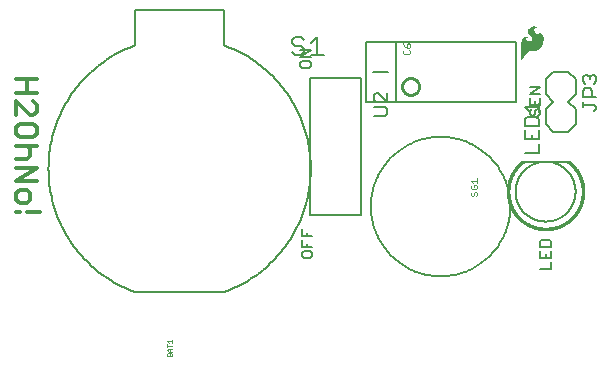
<source format=gbr>
G04 EAGLE Gerber RS-274X export*
G75*
%MOMM*%
%FSLAX34Y34*%
%LPD*%
%INSilkscreen Top*%
%IPPOS*%
%AMOC8*
5,1,8,0,0,1.08239X$1,22.5*%
G01*
%ADD10C,0.152400*%
%ADD11C,0.304800*%
%ADD12C,0.203200*%
%ADD13C,0.050800*%
%ADD14C,0.254000*%
%ADD15C,0.127000*%
%ADD16C,0.025400*%
%ADD17C,0.177800*%

G36*
X436890Y187861D02*
X436890Y187861D01*
X436894Y187859D01*
X436964Y187895D01*
X436974Y187900D01*
X436975Y187901D01*
X441847Y193383D01*
X442701Y194165D01*
X443691Y194754D01*
X444042Y194881D01*
X444410Y194946D01*
X446685Y194946D01*
X446690Y194948D01*
X446696Y194946D01*
X448060Y195070D01*
X448070Y195076D01*
X448082Y195074D01*
X449401Y195442D01*
X449409Y195450D01*
X449422Y195451D01*
X450652Y196051D01*
X450659Y196058D01*
X450670Y196061D01*
X451827Y196878D01*
X451832Y196886D01*
X451841Y196889D01*
X452872Y197861D01*
X452875Y197869D01*
X452881Y197871D01*
X452882Y197873D01*
X452884Y197874D01*
X453769Y198981D01*
X453771Y198991D01*
X453780Y198998D01*
X454727Y200679D01*
X454728Y200690D01*
X454736Y200700D01*
X455364Y202524D01*
X455363Y202535D01*
X455370Y202546D01*
X455658Y204453D01*
X455655Y204464D01*
X455660Y204476D01*
X455658Y204528D01*
X455650Y204780D01*
X455646Y204906D01*
X455646Y204907D01*
X455638Y205159D01*
X455630Y205412D01*
X455626Y205538D01*
X455618Y205790D01*
X455607Y206169D01*
X455599Y206404D01*
X455595Y206413D01*
X455597Y206425D01*
X455390Y207464D01*
X455385Y207472D01*
X455385Y207483D01*
X455027Y208480D01*
X455021Y208487D01*
X455020Y208498D01*
X454518Y209432D01*
X454509Y209439D01*
X454506Y209451D01*
X453599Y210588D01*
X453588Y210594D01*
X453581Y210607D01*
X452455Y211528D01*
X452412Y211540D01*
X452371Y211556D01*
X452366Y211554D01*
X452360Y211555D01*
X452322Y211534D01*
X452282Y211515D01*
X452279Y211509D01*
X452275Y211507D01*
X452267Y211478D01*
X452249Y211430D01*
X452249Y210550D01*
X452233Y210430D01*
X452189Y210327D01*
X451915Y209987D01*
X451554Y209739D01*
X451380Y209674D01*
X450842Y209616D01*
X450312Y209714D01*
X449824Y209963D01*
X448922Y210614D01*
X448510Y210968D01*
X448159Y211378D01*
X447876Y211836D01*
X447670Y212330D01*
X447611Y212630D01*
X447623Y212933D01*
X447780Y213452D01*
X448066Y213912D01*
X448461Y214282D01*
X448942Y214537D01*
X449432Y214676D01*
X449943Y214733D01*
X450546Y214733D01*
X450547Y214733D01*
X450569Y214742D01*
X450637Y214771D01*
X450672Y214863D01*
X450668Y214872D01*
X450634Y214948D01*
X450632Y214951D01*
X450631Y214952D01*
X450630Y214953D01*
X450609Y214973D01*
X450602Y214976D01*
X450598Y214984D01*
X450163Y215322D01*
X450148Y215326D01*
X450136Y215338D01*
X449632Y215559D01*
X449631Y215559D01*
X449275Y215711D01*
X449047Y215812D01*
X449037Y215813D01*
X449027Y215819D01*
X448149Y216039D01*
X448140Y216038D01*
X448130Y216042D01*
X447230Y216128D01*
X447220Y216124D01*
X447208Y216128D01*
X446340Y216062D01*
X446329Y216056D01*
X446316Y216057D01*
X445476Y215826D01*
X445466Y215818D01*
X445453Y215817D01*
X444673Y215429D01*
X444666Y215421D01*
X444655Y215418D01*
X443878Y214858D01*
X443874Y214851D01*
X443865Y214847D01*
X443169Y214189D01*
X443164Y214178D01*
X443153Y214170D01*
X442722Y213567D01*
X442719Y213552D01*
X442707Y213539D01*
X442440Y212847D01*
X442440Y212831D01*
X442432Y212816D01*
X442345Y212079D01*
X442350Y212064D01*
X442346Y212047D01*
X442445Y211312D01*
X442453Y211299D01*
X442453Y211282D01*
X442733Y210594D01*
X442742Y210585D01*
X442745Y210571D01*
X443932Y208813D01*
X443940Y208808D01*
X443944Y208797D01*
X445397Y207256D01*
X445767Y206821D01*
X446007Y206318D01*
X446109Y205770D01*
X446066Y205214D01*
X445880Y204689D01*
X445565Y204229D01*
X445140Y203864D01*
X444597Y203571D01*
X444011Y203373D01*
X443401Y203276D01*
X442690Y203311D01*
X442012Y203518D01*
X441406Y203883D01*
X441093Y204211D01*
X440887Y204615D01*
X440794Y205031D01*
X440794Y205459D01*
X440887Y205874D01*
X440959Y206012D01*
X441077Y206126D01*
X441901Y206725D01*
X442034Y206796D01*
X442172Y206824D01*
X442330Y206808D01*
X442373Y206822D01*
X442418Y206833D01*
X442420Y206837D01*
X442424Y206838D01*
X442444Y206879D01*
X442467Y206918D01*
X442466Y206922D01*
X442468Y206926D01*
X442453Y206969D01*
X442440Y207013D01*
X442437Y207015D01*
X442436Y207019D01*
X442398Y207038D01*
X442362Y207059D01*
X441879Y207135D01*
X441874Y207134D01*
X441869Y207136D01*
X440929Y207209D01*
X440920Y207206D01*
X440909Y207209D01*
X439969Y207136D01*
X439959Y207131D01*
X439947Y207132D01*
X439248Y206948D01*
X439238Y206940D01*
X439224Y206939D01*
X438576Y206618D01*
X438568Y206609D01*
X438554Y206605D01*
X437984Y206160D01*
X437978Y206149D01*
X437966Y206143D01*
X437496Y205593D01*
X437492Y205581D01*
X437481Y205572D01*
X437080Y204840D01*
X437079Y204827D01*
X437070Y204816D01*
X436830Y204017D01*
X436831Y204004D01*
X436825Y203991D01*
X436755Y203160D01*
X436757Y203154D01*
X436755Y203149D01*
X436755Y187985D01*
X436757Y187980D01*
X436755Y187976D01*
X436776Y187936D01*
X436793Y187894D01*
X436798Y187893D01*
X436800Y187888D01*
X436843Y187875D01*
X436885Y187859D01*
X436890Y187861D01*
G37*
D10*
X249675Y185424D02*
X249675Y182543D01*
X251115Y181102D01*
X256877Y181102D01*
X258318Y182543D01*
X258318Y185424D01*
X256877Y186864D01*
X251115Y186864D01*
X249675Y185424D01*
X249675Y190457D02*
X258318Y190457D01*
X258318Y196219D02*
X249675Y190457D01*
X249675Y196219D02*
X258318Y196219D01*
X250945Y24134D02*
X250945Y21253D01*
X252385Y19812D01*
X258147Y19812D01*
X259588Y21253D01*
X259588Y24134D01*
X258147Y25574D01*
X252385Y25574D01*
X250945Y24134D01*
X250945Y29167D02*
X259588Y29167D01*
X250945Y29167D02*
X250945Y34929D01*
X255266Y32048D02*
X255266Y29167D01*
X250945Y38522D02*
X259588Y38522D01*
X250945Y38522D02*
X250945Y44285D01*
X255266Y41404D02*
X255266Y38522D01*
X443985Y144784D02*
X445425Y146224D01*
X443985Y144784D02*
X443985Y141903D01*
X445425Y140462D01*
X446866Y140462D01*
X448306Y141903D01*
X448306Y144784D01*
X449747Y146224D01*
X451187Y146224D01*
X452628Y144784D01*
X452628Y141903D01*
X451187Y140462D01*
X443985Y149817D02*
X443985Y155579D01*
X443985Y149817D02*
X452628Y149817D01*
X452628Y155579D01*
X448306Y152698D02*
X448306Y149817D01*
X443985Y159172D02*
X452628Y159172D01*
X452628Y164935D02*
X443985Y159172D01*
X443985Y164935D02*
X452628Y164935D01*
X452875Y10922D02*
X461518Y10922D01*
X461518Y16684D01*
X452875Y20277D02*
X452875Y26039D01*
X452875Y20277D02*
X461518Y20277D01*
X461518Y26039D01*
X457196Y23158D02*
X457196Y20277D01*
X452875Y29632D02*
X461518Y29632D01*
X461518Y33954D01*
X460077Y35395D01*
X454315Y35395D01*
X452875Y33954D01*
X452875Y29632D01*
D11*
X26431Y171196D02*
X9144Y171196D01*
X17787Y171196D02*
X17787Y159672D01*
X9144Y159672D02*
X26431Y159672D01*
X9144Y152486D02*
X9144Y140961D01*
X9144Y152486D02*
X20669Y140961D01*
X23550Y140961D01*
X26431Y143842D01*
X26431Y149605D01*
X23550Y152486D01*
X26431Y130894D02*
X26431Y125132D01*
X26431Y130894D02*
X23550Y133775D01*
X12025Y133775D01*
X9144Y130894D01*
X9144Y125132D01*
X12025Y122251D01*
X23550Y122251D01*
X26431Y125132D01*
X26431Y115065D02*
X9144Y115065D01*
X17787Y115065D02*
X20669Y112184D01*
X20669Y106422D01*
X17787Y103540D01*
X9144Y103540D01*
X9144Y96355D02*
X26431Y96355D01*
X9144Y84830D01*
X26431Y84830D01*
X9144Y74763D02*
X9144Y69001D01*
X12025Y66120D01*
X17787Y66120D01*
X20669Y69001D01*
X20669Y74763D01*
X17787Y77644D01*
X12025Y77644D01*
X9144Y74763D01*
X9144Y58934D02*
X12025Y58934D01*
X17787Y58934D02*
X29312Y58934D01*
D12*
X311150Y177800D02*
X323850Y177800D01*
X330200Y203200D02*
X330200Y152400D01*
X304800Y152400D01*
X304800Y203200D01*
X330200Y203200D01*
D13*
X337731Y195956D02*
X336799Y195024D01*
X336799Y193160D01*
X337731Y192228D01*
X341460Y192228D01*
X342392Y193160D01*
X342392Y195024D01*
X341460Y195956D01*
X337731Y199705D02*
X336799Y201569D01*
X337731Y199705D02*
X339596Y197841D01*
X341460Y197841D01*
X342392Y198773D01*
X342392Y200637D01*
X341460Y201569D01*
X340528Y201569D01*
X339596Y200637D01*
X339596Y197841D01*
D12*
X330200Y203200D02*
X431800Y203200D01*
X330200Y203200D02*
X330200Y162560D01*
X431800Y152400D02*
X431800Y203200D01*
X431800Y152400D02*
X330200Y152400D01*
X330200Y162560D01*
X330200Y167640D01*
D14*
X335716Y165100D02*
X335718Y165276D01*
X335725Y165453D01*
X335735Y165628D01*
X335751Y165804D01*
X335770Y165979D01*
X335794Y166154D01*
X335822Y166328D01*
X335854Y166502D01*
X335891Y166674D01*
X335931Y166846D01*
X335976Y167016D01*
X336025Y167185D01*
X336079Y167353D01*
X336136Y167520D01*
X336197Y167685D01*
X336263Y167849D01*
X336332Y168011D01*
X336406Y168172D01*
X336483Y168330D01*
X336564Y168487D01*
X336649Y168641D01*
X336738Y168793D01*
X336831Y168943D01*
X336927Y169091D01*
X337026Y169237D01*
X337130Y169380D01*
X337237Y169520D01*
X337347Y169657D01*
X337460Y169792D01*
X337577Y169924D01*
X337697Y170054D01*
X337820Y170180D01*
X337946Y170303D01*
X338076Y170423D01*
X338208Y170540D01*
X338343Y170653D01*
X338480Y170763D01*
X338620Y170870D01*
X338763Y170974D01*
X338909Y171073D01*
X339057Y171169D01*
X339207Y171262D01*
X339359Y171351D01*
X339513Y171436D01*
X339670Y171517D01*
X339828Y171594D01*
X339989Y171668D01*
X340151Y171737D01*
X340315Y171803D01*
X340480Y171864D01*
X340647Y171921D01*
X340815Y171975D01*
X340984Y172024D01*
X341154Y172069D01*
X341326Y172109D01*
X341498Y172146D01*
X341672Y172178D01*
X341846Y172206D01*
X342021Y172230D01*
X342196Y172249D01*
X342372Y172265D01*
X342547Y172275D01*
X342724Y172282D01*
X342900Y172284D01*
X343076Y172282D01*
X343253Y172275D01*
X343428Y172265D01*
X343604Y172249D01*
X343779Y172230D01*
X343954Y172206D01*
X344128Y172178D01*
X344302Y172146D01*
X344474Y172109D01*
X344646Y172069D01*
X344816Y172024D01*
X344985Y171975D01*
X345153Y171921D01*
X345320Y171864D01*
X345485Y171803D01*
X345649Y171737D01*
X345811Y171668D01*
X345972Y171594D01*
X346130Y171517D01*
X346287Y171436D01*
X346441Y171351D01*
X346593Y171262D01*
X346743Y171169D01*
X346891Y171073D01*
X347037Y170974D01*
X347180Y170870D01*
X347320Y170763D01*
X347457Y170653D01*
X347592Y170540D01*
X347724Y170423D01*
X347854Y170303D01*
X347980Y170180D01*
X348103Y170054D01*
X348223Y169924D01*
X348340Y169792D01*
X348453Y169657D01*
X348563Y169520D01*
X348670Y169380D01*
X348774Y169237D01*
X348873Y169091D01*
X348969Y168943D01*
X349062Y168793D01*
X349151Y168641D01*
X349236Y168487D01*
X349317Y168330D01*
X349394Y168172D01*
X349468Y168011D01*
X349537Y167849D01*
X349603Y167685D01*
X349664Y167520D01*
X349721Y167353D01*
X349775Y167185D01*
X349824Y167016D01*
X349869Y166846D01*
X349909Y166674D01*
X349946Y166502D01*
X349978Y166328D01*
X350006Y166154D01*
X350030Y165979D01*
X350049Y165804D01*
X350065Y165628D01*
X350075Y165453D01*
X350082Y165276D01*
X350084Y165100D01*
X350082Y164924D01*
X350075Y164747D01*
X350065Y164572D01*
X350049Y164396D01*
X350030Y164221D01*
X350006Y164046D01*
X349978Y163872D01*
X349946Y163698D01*
X349909Y163526D01*
X349869Y163354D01*
X349824Y163184D01*
X349775Y163015D01*
X349721Y162847D01*
X349664Y162680D01*
X349603Y162515D01*
X349537Y162351D01*
X349468Y162189D01*
X349394Y162028D01*
X349317Y161870D01*
X349236Y161713D01*
X349151Y161559D01*
X349062Y161407D01*
X348969Y161257D01*
X348873Y161109D01*
X348774Y160963D01*
X348670Y160820D01*
X348563Y160680D01*
X348453Y160543D01*
X348340Y160408D01*
X348223Y160276D01*
X348103Y160146D01*
X347980Y160020D01*
X347854Y159897D01*
X347724Y159777D01*
X347592Y159660D01*
X347457Y159547D01*
X347320Y159437D01*
X347180Y159330D01*
X347037Y159226D01*
X346891Y159127D01*
X346743Y159031D01*
X346593Y158938D01*
X346441Y158849D01*
X346287Y158764D01*
X346130Y158683D01*
X345972Y158606D01*
X345811Y158532D01*
X345649Y158463D01*
X345485Y158397D01*
X345320Y158336D01*
X345153Y158279D01*
X344985Y158225D01*
X344816Y158176D01*
X344646Y158131D01*
X344474Y158091D01*
X344302Y158054D01*
X344128Y158022D01*
X343954Y157994D01*
X343779Y157970D01*
X343604Y157951D01*
X343428Y157935D01*
X343253Y157925D01*
X343076Y157918D01*
X342900Y157916D01*
X342724Y157918D01*
X342547Y157925D01*
X342372Y157935D01*
X342196Y157951D01*
X342021Y157970D01*
X341846Y157994D01*
X341672Y158022D01*
X341498Y158054D01*
X341326Y158091D01*
X341154Y158131D01*
X340984Y158176D01*
X340815Y158225D01*
X340647Y158279D01*
X340480Y158336D01*
X340315Y158397D01*
X340151Y158463D01*
X339989Y158532D01*
X339828Y158606D01*
X339670Y158683D01*
X339513Y158764D01*
X339359Y158849D01*
X339207Y158938D01*
X339057Y159031D01*
X338909Y159127D01*
X338763Y159226D01*
X338620Y159330D01*
X338480Y159437D01*
X338343Y159547D01*
X338208Y159660D01*
X338076Y159777D01*
X337946Y159897D01*
X337820Y160020D01*
X337697Y160146D01*
X337577Y160276D01*
X337460Y160408D01*
X337347Y160543D01*
X337237Y160680D01*
X337130Y160820D01*
X337026Y160963D01*
X336927Y161109D01*
X336831Y161257D01*
X336738Y161407D01*
X336649Y161559D01*
X336564Y161713D01*
X336483Y161870D01*
X336406Y162028D01*
X336332Y162189D01*
X336263Y162351D01*
X336197Y162515D01*
X336136Y162680D01*
X336079Y162847D01*
X336025Y163015D01*
X335976Y163184D01*
X335931Y163354D01*
X335891Y163526D01*
X335854Y163698D01*
X335822Y163872D01*
X335794Y164046D01*
X335770Y164221D01*
X335751Y164396D01*
X335735Y164572D01*
X335725Y164747D01*
X335718Y164924D01*
X335716Y165100D01*
D15*
X321308Y140335D02*
X311775Y140335D01*
X321308Y140335D02*
X323215Y142242D01*
X323215Y146055D01*
X321308Y147962D01*
X311775Y147962D01*
X323215Y152029D02*
X323215Y159655D01*
X323215Y152029D02*
X315589Y159655D01*
X313682Y159655D01*
X311775Y157749D01*
X311775Y153936D01*
X313682Y152029D01*
D12*
X482600Y158750D02*
X482600Y171450D01*
X482600Y158750D02*
X476250Y152400D01*
X463550Y152400D02*
X457200Y158750D01*
X476250Y152400D02*
X482600Y146050D01*
X482600Y133350D01*
X476250Y127000D01*
X463550Y127000D02*
X457200Y133350D01*
X457200Y146050D01*
X463550Y152400D01*
X463550Y177800D02*
X476250Y177800D01*
X482600Y171450D01*
X463550Y177800D02*
X457200Y171450D01*
X457200Y158750D01*
X463550Y127000D02*
X476250Y127000D01*
D15*
X498346Y144115D02*
X500253Y146022D01*
X500253Y147928D01*
X498346Y149835D01*
X488813Y149835D01*
X488813Y147928D02*
X488813Y151742D01*
X488813Y155809D02*
X500253Y155809D01*
X488813Y155809D02*
X488813Y161529D01*
X490720Y163436D01*
X494533Y163436D01*
X496440Y161529D01*
X496440Y155809D01*
X490720Y167503D02*
X488813Y169410D01*
X488813Y173223D01*
X490720Y175129D01*
X492627Y175129D01*
X494533Y173223D01*
X494533Y171316D01*
X494533Y173223D02*
X496440Y175129D01*
X498346Y175129D01*
X500253Y173223D01*
X500253Y169410D01*
X498346Y167503D01*
D12*
X476250Y101600D02*
X438150Y101600D01*
D16*
X437363Y102438D02*
X438735Y100609D01*
X438734Y100609D02*
X438143Y100150D01*
X437563Y99677D01*
X436995Y99190D01*
X436439Y98689D01*
X435896Y98175D01*
X435365Y97648D01*
X434847Y97108D01*
X434342Y96555D01*
X433852Y95990D01*
X433375Y95413D01*
X432912Y94825D01*
X432464Y94226D01*
X432031Y93615D01*
X431612Y92995D01*
X431210Y92364D01*
X430822Y91724D01*
X430450Y91075D01*
X430095Y90416D01*
X429755Y89749D01*
X429432Y89074D01*
X429126Y88391D01*
X428836Y87701D01*
X428563Y87005D01*
X428308Y86301D01*
X428070Y85592D01*
X427849Y84877D01*
X427645Y84157D01*
X427460Y83432D01*
X427292Y82703D01*
X427142Y81969D01*
X427010Y81233D01*
X426896Y80493D01*
X426800Y79751D01*
X426722Y79007D01*
X426662Y78261D01*
X426621Y77514D01*
X426598Y76766D01*
X426594Y76017D01*
X426607Y75269D01*
X426639Y74521D01*
X426689Y73775D01*
X426758Y73030D01*
X426844Y72286D01*
X426949Y71545D01*
X427072Y70807D01*
X427213Y70072D01*
X427371Y69341D01*
X427548Y68614D01*
X427742Y67891D01*
X427954Y67173D01*
X428184Y66461D01*
X428431Y65755D01*
X428695Y65054D01*
X428976Y64361D01*
X429273Y63674D01*
X429588Y62995D01*
X429919Y62324D01*
X430266Y61661D01*
X430630Y61007D01*
X431009Y60362D01*
X431404Y59727D01*
X431815Y59101D01*
X432240Y58485D01*
X432681Y57880D01*
X433136Y57286D01*
X433606Y56704D01*
X434090Y56133D01*
X434587Y55574D01*
X435098Y55027D01*
X435622Y54493D01*
X436159Y53972D01*
X436709Y53464D01*
X437271Y52970D01*
X437845Y52490D01*
X438430Y52024D01*
X439027Y51572D01*
X439635Y51135D01*
X440253Y50713D01*
X440881Y50306D01*
X441519Y49915D01*
X442166Y49540D01*
X442822Y49180D01*
X443487Y48837D01*
X444160Y48510D01*
X444841Y48199D01*
X445529Y47905D01*
X446225Y47629D01*
X446926Y47369D01*
X447634Y47126D01*
X448348Y46901D01*
X449067Y46693D01*
X449791Y46503D01*
X450519Y46331D01*
X451251Y46177D01*
X451987Y46040D01*
X452726Y45922D01*
X453468Y45821D01*
X454211Y45739D01*
X454957Y45675D01*
X455704Y45630D01*
X456452Y45602D01*
X457200Y45593D01*
X457948Y45602D01*
X458696Y45630D01*
X459443Y45675D01*
X460189Y45739D01*
X460932Y45821D01*
X461674Y45922D01*
X462413Y46040D01*
X463149Y46177D01*
X463881Y46331D01*
X464609Y46503D01*
X465333Y46693D01*
X466052Y46901D01*
X466766Y47126D01*
X467474Y47369D01*
X468175Y47629D01*
X468871Y47905D01*
X469559Y48199D01*
X470240Y48510D01*
X470913Y48837D01*
X471578Y49180D01*
X472234Y49540D01*
X472881Y49915D01*
X473519Y50306D01*
X474147Y50713D01*
X474765Y51135D01*
X475373Y51572D01*
X475970Y52024D01*
X476555Y52490D01*
X477129Y52970D01*
X477691Y53464D01*
X478241Y53972D01*
X478778Y54493D01*
X479302Y55027D01*
X479813Y55574D01*
X480310Y56133D01*
X480794Y56704D01*
X481264Y57286D01*
X481719Y57880D01*
X482160Y58485D01*
X482585Y59101D01*
X482996Y59727D01*
X483391Y60362D01*
X483770Y61007D01*
X484134Y61661D01*
X484481Y62324D01*
X484812Y62995D01*
X485127Y63674D01*
X485424Y64361D01*
X485705Y65054D01*
X485969Y65755D01*
X486216Y66461D01*
X486446Y67173D01*
X486658Y67891D01*
X486852Y68614D01*
X487029Y69341D01*
X487187Y70072D01*
X487328Y70807D01*
X487451Y71545D01*
X487556Y72286D01*
X487642Y73030D01*
X487711Y73775D01*
X487761Y74521D01*
X487793Y75269D01*
X487806Y76017D01*
X487802Y76766D01*
X487779Y77514D01*
X487738Y78261D01*
X487678Y79007D01*
X487600Y79751D01*
X487504Y80493D01*
X487390Y81233D01*
X487258Y81969D01*
X487108Y82703D01*
X486940Y83432D01*
X486755Y84157D01*
X486551Y84877D01*
X486330Y85592D01*
X486092Y86301D01*
X485837Y87005D01*
X485564Y87701D01*
X485274Y88391D01*
X484968Y89074D01*
X484645Y89749D01*
X484305Y90416D01*
X483950Y91075D01*
X483578Y91724D01*
X483190Y92364D01*
X482788Y92995D01*
X482369Y93615D01*
X481936Y94226D01*
X481488Y94825D01*
X481025Y95413D01*
X480548Y95990D01*
X480058Y96555D01*
X479553Y97108D01*
X479035Y97648D01*
X478504Y98175D01*
X477961Y98689D01*
X477405Y99190D01*
X476837Y99677D01*
X476257Y100150D01*
X475666Y100609D01*
X477037Y102438D01*
X477673Y101945D01*
X478296Y101437D01*
X478907Y100913D01*
X479505Y100375D01*
X480089Y99823D01*
X480660Y99256D01*
X481217Y98676D01*
X481759Y98082D01*
X482287Y97475D01*
X482799Y96855D01*
X483297Y96223D01*
X483779Y95579D01*
X484244Y94923D01*
X484694Y94256D01*
X485127Y93578D01*
X485544Y92890D01*
X485944Y92192D01*
X486326Y91485D01*
X486691Y90768D01*
X487038Y90043D01*
X487368Y89309D01*
X487679Y88567D01*
X487973Y87818D01*
X488248Y87063D01*
X488504Y86300D01*
X488742Y85532D01*
X488960Y84758D01*
X489160Y83979D01*
X489341Y83195D01*
X489502Y82407D01*
X489644Y81615D01*
X489767Y80820D01*
X489870Y80023D01*
X489954Y79223D01*
X490018Y78421D01*
X490062Y77618D01*
X490087Y76814D01*
X490092Y76010D01*
X490078Y75205D01*
X490044Y74402D01*
X489990Y73599D01*
X489917Y72798D01*
X489824Y71999D01*
X489711Y71203D01*
X489579Y70410D01*
X489428Y69620D01*
X489258Y68834D01*
X489068Y68052D01*
X488859Y67275D01*
X488631Y66504D01*
X488385Y65738D01*
X488120Y64979D01*
X487836Y64226D01*
X487534Y63481D01*
X487214Y62743D01*
X486876Y62013D01*
X486520Y61291D01*
X486147Y60579D01*
X485756Y59876D01*
X485349Y59183D01*
X484924Y58499D01*
X484483Y57827D01*
X484026Y57165D01*
X483552Y56515D01*
X483063Y55877D01*
X482559Y55250D01*
X482039Y54636D01*
X481504Y54036D01*
X480955Y53448D01*
X480391Y52874D01*
X479814Y52314D01*
X479223Y51768D01*
X478619Y51237D01*
X478003Y50721D01*
X477373Y50220D01*
X476732Y49734D01*
X476079Y49264D01*
X475415Y48811D01*
X474740Y48374D01*
X474054Y47953D01*
X473359Y47549D01*
X472653Y47163D01*
X471939Y46794D01*
X471215Y46442D01*
X470483Y46108D01*
X469744Y45793D01*
X468996Y45495D01*
X468242Y45216D01*
X467481Y44955D01*
X466714Y44713D01*
X465941Y44490D01*
X465163Y44286D01*
X464381Y44100D01*
X463594Y43934D01*
X462803Y43788D01*
X462009Y43660D01*
X461212Y43553D01*
X460412Y43464D01*
X459611Y43395D01*
X458808Y43346D01*
X458004Y43317D01*
X457200Y43307D01*
X456396Y43317D01*
X455592Y43346D01*
X454789Y43395D01*
X453988Y43464D01*
X453188Y43553D01*
X452391Y43660D01*
X451597Y43788D01*
X450806Y43934D01*
X450019Y44100D01*
X449237Y44286D01*
X448459Y44490D01*
X447686Y44713D01*
X446919Y44955D01*
X446158Y45216D01*
X445404Y45495D01*
X444656Y45793D01*
X443917Y46108D01*
X443185Y46442D01*
X442461Y46794D01*
X441747Y47163D01*
X441041Y47549D01*
X440346Y47953D01*
X439660Y48374D01*
X438985Y48811D01*
X438321Y49264D01*
X437668Y49734D01*
X437027Y50220D01*
X436397Y50721D01*
X435781Y51237D01*
X435177Y51768D01*
X434586Y52314D01*
X434009Y52874D01*
X433445Y53448D01*
X432896Y54036D01*
X432361Y54636D01*
X431841Y55250D01*
X431337Y55877D01*
X430848Y56515D01*
X430374Y57165D01*
X429917Y57827D01*
X429476Y58499D01*
X429051Y59183D01*
X428644Y59876D01*
X428253Y60579D01*
X427880Y61291D01*
X427524Y62013D01*
X427186Y62743D01*
X426866Y63481D01*
X426564Y64226D01*
X426280Y64979D01*
X426015Y65738D01*
X425769Y66504D01*
X425541Y67275D01*
X425332Y68052D01*
X425142Y68834D01*
X424972Y69620D01*
X424821Y70410D01*
X424689Y71203D01*
X424576Y71999D01*
X424483Y72798D01*
X424410Y73599D01*
X424356Y74402D01*
X424322Y75205D01*
X424308Y76010D01*
X424313Y76814D01*
X424338Y77618D01*
X424382Y78421D01*
X424446Y79223D01*
X424530Y80023D01*
X424633Y80820D01*
X424756Y81615D01*
X424898Y82407D01*
X425059Y83195D01*
X425240Y83979D01*
X425440Y84758D01*
X425658Y85532D01*
X425896Y86300D01*
X426152Y87063D01*
X426427Y87818D01*
X426721Y88567D01*
X427032Y89309D01*
X427362Y90043D01*
X427709Y90768D01*
X428074Y91485D01*
X428456Y92192D01*
X428856Y92890D01*
X429273Y93578D01*
X429706Y94256D01*
X430156Y94923D01*
X430621Y95579D01*
X431103Y96223D01*
X431601Y96855D01*
X432113Y97475D01*
X432641Y98082D01*
X433183Y98676D01*
X433740Y99256D01*
X434311Y99823D01*
X434895Y100375D01*
X435493Y100913D01*
X436104Y101437D01*
X436727Y101945D01*
X437363Y102438D01*
X437507Y102246D01*
X436876Y101757D01*
X436257Y101252D01*
X435651Y100733D01*
X435057Y100198D01*
X434477Y99650D01*
X433911Y99087D01*
X433358Y98511D01*
X432820Y97921D01*
X432296Y97319D01*
X431787Y96703D01*
X431293Y96076D01*
X430815Y95437D01*
X430352Y94786D01*
X429906Y94124D01*
X429476Y93451D01*
X429062Y92768D01*
X428666Y92075D01*
X428286Y91373D01*
X427924Y90661D01*
X427579Y89941D01*
X427252Y89213D01*
X426943Y88476D01*
X426652Y87733D01*
X426379Y86983D01*
X426124Y86226D01*
X425888Y85463D01*
X425671Y84695D01*
X425473Y83921D01*
X425294Y83143D01*
X425133Y82361D01*
X424992Y81575D01*
X424871Y80786D01*
X424768Y79994D01*
X424685Y79200D01*
X424621Y78404D01*
X424577Y77607D01*
X424553Y76809D01*
X424548Y76010D01*
X424562Y75212D01*
X424596Y74414D01*
X424649Y73618D01*
X424722Y72823D01*
X424814Y72030D01*
X424926Y71239D01*
X425057Y70451D01*
X425207Y69667D01*
X425376Y68887D01*
X425565Y68111D01*
X425772Y67340D01*
X425998Y66574D01*
X426243Y65814D01*
X426506Y65060D01*
X426788Y64313D01*
X427087Y63573D01*
X427405Y62840D01*
X427741Y62116D01*
X428094Y61400D01*
X428464Y60693D01*
X428852Y59995D01*
X429257Y59306D01*
X429678Y58628D01*
X430116Y57961D01*
X430570Y57304D01*
X431040Y56658D01*
X431526Y56025D01*
X432027Y55403D01*
X432543Y54794D01*
X433073Y54197D01*
X433619Y53614D01*
X434178Y53044D01*
X434751Y52488D01*
X435338Y51946D01*
X435937Y51419D01*
X436549Y50906D01*
X437174Y50409D01*
X437811Y49927D01*
X438459Y49461D01*
X439118Y49011D01*
X439788Y48577D01*
X440469Y48159D01*
X441160Y47758D01*
X441860Y47375D01*
X442569Y47008D01*
X443287Y46659D01*
X444014Y46328D01*
X444748Y46014D01*
X445490Y45719D01*
X446239Y45442D01*
X446994Y45183D01*
X447755Y44943D01*
X448522Y44721D01*
X449295Y44518D01*
X450072Y44335D01*
X450853Y44170D01*
X451638Y44024D01*
X452426Y43898D01*
X453218Y43791D01*
X454011Y43703D01*
X454807Y43635D01*
X455604Y43586D01*
X456402Y43557D01*
X457200Y43547D01*
X457998Y43557D01*
X458796Y43586D01*
X459593Y43635D01*
X460389Y43703D01*
X461182Y43791D01*
X461974Y43898D01*
X462762Y44024D01*
X463547Y44170D01*
X464328Y44335D01*
X465105Y44518D01*
X465878Y44721D01*
X466645Y44943D01*
X467406Y45183D01*
X468161Y45442D01*
X468910Y45719D01*
X469652Y46014D01*
X470386Y46328D01*
X471113Y46659D01*
X471831Y47008D01*
X472540Y47375D01*
X473240Y47758D01*
X473931Y48159D01*
X474612Y48577D01*
X475282Y49011D01*
X475941Y49461D01*
X476589Y49927D01*
X477226Y50409D01*
X477851Y50906D01*
X478463Y51419D01*
X479062Y51946D01*
X479649Y52488D01*
X480222Y53044D01*
X480781Y53614D01*
X481327Y54197D01*
X481857Y54794D01*
X482373Y55403D01*
X482874Y56025D01*
X483360Y56658D01*
X483830Y57304D01*
X484284Y57961D01*
X484722Y58628D01*
X485143Y59306D01*
X485548Y59995D01*
X485936Y60693D01*
X486306Y61400D01*
X486659Y62116D01*
X486995Y62840D01*
X487313Y63573D01*
X487612Y64313D01*
X487894Y65060D01*
X488157Y65814D01*
X488402Y66574D01*
X488628Y67340D01*
X488835Y68111D01*
X489024Y68887D01*
X489193Y69667D01*
X489343Y70451D01*
X489474Y71239D01*
X489586Y72030D01*
X489678Y72823D01*
X489751Y73618D01*
X489804Y74414D01*
X489838Y75212D01*
X489852Y76010D01*
X489847Y76809D01*
X489823Y77607D01*
X489779Y78404D01*
X489715Y79200D01*
X489632Y79994D01*
X489529Y80786D01*
X489408Y81575D01*
X489267Y82361D01*
X489106Y83143D01*
X488927Y83921D01*
X488729Y84695D01*
X488512Y85463D01*
X488276Y86226D01*
X488021Y86983D01*
X487748Y87733D01*
X487457Y88476D01*
X487148Y89213D01*
X486821Y89941D01*
X486476Y90661D01*
X486114Y91373D01*
X485734Y92075D01*
X485338Y92768D01*
X484924Y93451D01*
X484494Y94124D01*
X484048Y94786D01*
X483585Y95437D01*
X483107Y96076D01*
X482613Y96703D01*
X482104Y97319D01*
X481580Y97921D01*
X481042Y98511D01*
X480489Y99087D01*
X479923Y99650D01*
X479343Y100198D01*
X478749Y100733D01*
X478143Y101252D01*
X477524Y101757D01*
X476893Y102246D01*
X476749Y102054D01*
X477376Y101568D01*
X477990Y101067D01*
X478592Y100552D01*
X479181Y100021D01*
X479756Y99477D01*
X480319Y98918D01*
X480867Y98346D01*
X481402Y97761D01*
X481922Y97163D01*
X482427Y96552D01*
X482917Y95929D01*
X483392Y95295D01*
X483851Y94648D01*
X484294Y93991D01*
X484721Y93324D01*
X485131Y92645D01*
X485525Y91958D01*
X485902Y91260D01*
X486261Y90554D01*
X486604Y89839D01*
X486928Y89116D01*
X487235Y88386D01*
X487524Y87648D01*
X487795Y86903D01*
X488048Y86151D01*
X488282Y85394D01*
X488497Y84632D01*
X488694Y83864D01*
X488872Y83091D01*
X489031Y82315D01*
X489171Y81535D01*
X489292Y80752D01*
X489394Y79966D01*
X489476Y79177D01*
X489539Y78387D01*
X489583Y77596D01*
X489607Y76804D01*
X489612Y76011D01*
X489598Y75219D01*
X489564Y74427D01*
X489511Y73636D01*
X489439Y72847D01*
X489347Y72060D01*
X489237Y71275D01*
X489107Y70493D01*
X488958Y69715D01*
X488789Y68940D01*
X488603Y68170D01*
X488397Y67404D01*
X488172Y66644D01*
X487930Y65890D01*
X487668Y65142D01*
X487389Y64400D01*
X487091Y63665D01*
X486776Y62938D01*
X486443Y62219D01*
X486092Y61508D01*
X485724Y60806D01*
X485339Y60113D01*
X484938Y59430D01*
X484519Y58757D01*
X484085Y58094D01*
X483634Y57442D01*
X483167Y56802D01*
X482685Y56173D01*
X482188Y55555D01*
X481676Y54951D01*
X481149Y54359D01*
X480608Y53780D01*
X480053Y53214D01*
X479484Y52662D01*
X478902Y52124D01*
X478306Y51601D01*
X477699Y51092D01*
X477079Y50598D01*
X476447Y50120D01*
X475803Y49657D01*
X475149Y49210D01*
X474484Y48780D01*
X473808Y48365D01*
X473122Y47967D01*
X472427Y47587D01*
X471723Y47223D01*
X471010Y46876D01*
X470289Y46547D01*
X469560Y46236D01*
X468824Y45943D01*
X468081Y45668D01*
X467331Y45411D01*
X466575Y45172D01*
X465814Y44952D01*
X465047Y44751D01*
X464276Y44569D01*
X463500Y44405D01*
X462721Y44261D01*
X461938Y44135D01*
X461153Y44029D01*
X460365Y43942D01*
X459576Y43874D01*
X458785Y43826D01*
X457993Y43797D01*
X457200Y43787D01*
X456407Y43797D01*
X455615Y43826D01*
X454824Y43874D01*
X454035Y43942D01*
X453247Y44029D01*
X452462Y44135D01*
X451679Y44261D01*
X450900Y44405D01*
X450124Y44569D01*
X449353Y44751D01*
X448586Y44952D01*
X447825Y45172D01*
X447069Y45411D01*
X446319Y45668D01*
X445576Y45943D01*
X444840Y46236D01*
X444111Y46547D01*
X443390Y46876D01*
X442677Y47223D01*
X441973Y47587D01*
X441278Y47967D01*
X440592Y48365D01*
X439916Y48780D01*
X439251Y49210D01*
X438597Y49657D01*
X437953Y50120D01*
X437321Y50598D01*
X436701Y51092D01*
X436094Y51601D01*
X435498Y52124D01*
X434916Y52662D01*
X434347Y53214D01*
X433792Y53780D01*
X433251Y54359D01*
X432724Y54951D01*
X432212Y55555D01*
X431715Y56173D01*
X431233Y56802D01*
X430766Y57442D01*
X430315Y58094D01*
X429881Y58757D01*
X429462Y59430D01*
X429061Y60113D01*
X428676Y60806D01*
X428308Y61508D01*
X427957Y62219D01*
X427624Y62938D01*
X427309Y63665D01*
X427011Y64400D01*
X426732Y65142D01*
X426470Y65890D01*
X426228Y66644D01*
X426003Y67404D01*
X425797Y68170D01*
X425611Y68940D01*
X425442Y69715D01*
X425293Y70493D01*
X425163Y71275D01*
X425053Y72060D01*
X424961Y72847D01*
X424889Y73636D01*
X424836Y74427D01*
X424802Y75219D01*
X424788Y76011D01*
X424793Y76804D01*
X424817Y77596D01*
X424861Y78387D01*
X424924Y79177D01*
X425006Y79966D01*
X425108Y80752D01*
X425229Y81535D01*
X425369Y82315D01*
X425528Y83091D01*
X425706Y83864D01*
X425903Y84632D01*
X426118Y85394D01*
X426352Y86151D01*
X426605Y86903D01*
X426876Y87648D01*
X427165Y88386D01*
X427472Y89116D01*
X427796Y89839D01*
X428139Y90554D01*
X428498Y91260D01*
X428875Y91958D01*
X429269Y92645D01*
X429679Y93324D01*
X430106Y93991D01*
X430549Y94648D01*
X431008Y95295D01*
X431483Y95929D01*
X431973Y96552D01*
X432478Y97163D01*
X432998Y97761D01*
X433533Y98346D01*
X434081Y98918D01*
X434644Y99477D01*
X435219Y100021D01*
X435808Y100552D01*
X436410Y101067D01*
X437024Y101568D01*
X437651Y102054D01*
X437795Y101862D01*
X437173Y101380D01*
X436563Y100883D01*
X435966Y100371D01*
X435382Y99844D01*
X434810Y99304D01*
X434252Y98749D01*
X433707Y98182D01*
X433177Y97601D01*
X432661Y97007D01*
X432159Y96401D01*
X431673Y95782D01*
X431202Y95152D01*
X430746Y94511D01*
X430306Y93859D01*
X429883Y93196D01*
X429475Y92523D01*
X429084Y91840D01*
X428710Y91148D01*
X428354Y90447D01*
X428014Y89738D01*
X427692Y89020D01*
X427387Y88295D01*
X427100Y87562D01*
X426831Y86823D01*
X426581Y86077D01*
X426348Y85325D01*
X426134Y84568D01*
X425939Y83806D01*
X425762Y83040D01*
X425605Y82269D01*
X425466Y81495D01*
X425346Y80717D01*
X425245Y79937D01*
X425163Y79155D01*
X425100Y78370D01*
X425057Y77585D01*
X425033Y76799D01*
X425028Y76012D01*
X425042Y75225D01*
X425075Y74439D01*
X425128Y73655D01*
X425200Y72871D01*
X425291Y72090D01*
X425401Y71311D01*
X425530Y70535D01*
X425678Y69762D01*
X425845Y68993D01*
X426030Y68229D01*
X426234Y67469D01*
X426457Y66715D01*
X426698Y65966D01*
X426957Y65223D01*
X427235Y64487D01*
X427530Y63758D01*
X427843Y63036D01*
X428174Y62322D01*
X428522Y61617D01*
X428887Y60920D01*
X429269Y60232D01*
X429668Y59554D01*
X430083Y58886D01*
X430515Y58228D01*
X430962Y57581D01*
X431425Y56945D01*
X431904Y56321D01*
X432397Y55708D01*
X432906Y55108D01*
X433429Y54520D01*
X433966Y53945D01*
X434517Y53384D01*
X435081Y52836D01*
X435659Y52302D01*
X436250Y51783D01*
X436853Y51278D01*
X437469Y50788D01*
X438096Y50313D01*
X438735Y49854D01*
X439384Y49410D01*
X440045Y48982D01*
X440715Y48571D01*
X441396Y48176D01*
X442086Y47798D01*
X442785Y47437D01*
X443492Y47093D01*
X444208Y46767D01*
X444931Y46458D01*
X445662Y46167D01*
X446400Y45894D01*
X447144Y45639D01*
X447894Y45402D01*
X448650Y45184D01*
X449411Y44984D01*
X450177Y44803D01*
X450946Y44641D01*
X451720Y44497D01*
X452497Y44373D01*
X453276Y44267D01*
X454058Y44181D01*
X454842Y44114D01*
X455627Y44065D01*
X456413Y44037D01*
X457200Y44027D01*
X457987Y44037D01*
X458773Y44065D01*
X459558Y44114D01*
X460342Y44181D01*
X461124Y44267D01*
X461903Y44373D01*
X462680Y44497D01*
X463454Y44641D01*
X464223Y44803D01*
X464989Y44984D01*
X465750Y45184D01*
X466506Y45402D01*
X467256Y45639D01*
X468000Y45894D01*
X468738Y46167D01*
X469469Y46458D01*
X470192Y46767D01*
X470908Y47093D01*
X471615Y47437D01*
X472314Y47798D01*
X473004Y48176D01*
X473685Y48571D01*
X474355Y48982D01*
X475016Y49410D01*
X475665Y49854D01*
X476304Y50313D01*
X476931Y50788D01*
X477547Y51278D01*
X478150Y51783D01*
X478741Y52302D01*
X479319Y52836D01*
X479883Y53384D01*
X480434Y53945D01*
X480971Y54520D01*
X481494Y55108D01*
X482003Y55708D01*
X482496Y56321D01*
X482975Y56945D01*
X483438Y57581D01*
X483885Y58228D01*
X484317Y58886D01*
X484732Y59554D01*
X485131Y60232D01*
X485513Y60920D01*
X485878Y61617D01*
X486226Y62322D01*
X486557Y63036D01*
X486870Y63758D01*
X487165Y64487D01*
X487443Y65223D01*
X487702Y65966D01*
X487943Y66715D01*
X488166Y67469D01*
X488370Y68229D01*
X488555Y68993D01*
X488722Y69762D01*
X488870Y70535D01*
X488999Y71311D01*
X489109Y72090D01*
X489200Y72871D01*
X489272Y73655D01*
X489325Y74439D01*
X489358Y75225D01*
X489372Y76012D01*
X489367Y76799D01*
X489343Y77585D01*
X489300Y78370D01*
X489237Y79155D01*
X489155Y79937D01*
X489054Y80717D01*
X488934Y81495D01*
X488795Y82269D01*
X488638Y83040D01*
X488461Y83806D01*
X488266Y84568D01*
X488052Y85325D01*
X487819Y86077D01*
X487569Y86823D01*
X487300Y87562D01*
X487013Y88295D01*
X486708Y89020D01*
X486386Y89738D01*
X486046Y90447D01*
X485690Y91148D01*
X485316Y91840D01*
X484925Y92523D01*
X484517Y93196D01*
X484094Y93859D01*
X483654Y94511D01*
X483198Y95152D01*
X482727Y95782D01*
X482241Y96401D01*
X481739Y97007D01*
X481223Y97601D01*
X480693Y98182D01*
X480148Y98749D01*
X479590Y99304D01*
X479018Y99844D01*
X478434Y100371D01*
X477837Y100883D01*
X477227Y101380D01*
X476605Y101862D01*
X476461Y101670D01*
X477078Y101191D01*
X477683Y100698D01*
X478276Y100190D01*
X478856Y99667D01*
X479424Y99131D01*
X479978Y98581D01*
X480518Y98017D01*
X481045Y97440D01*
X481557Y96851D01*
X482054Y96249D01*
X482537Y95636D01*
X483005Y95010D01*
X483457Y94374D01*
X483893Y93726D01*
X484314Y93069D01*
X484718Y92401D01*
X485106Y91723D01*
X485477Y91036D01*
X485832Y90340D01*
X486169Y89636D01*
X486489Y88924D01*
X486791Y88204D01*
X487076Y87477D01*
X487342Y86743D01*
X487591Y86003D01*
X487822Y85257D01*
X488034Y84505D01*
X488228Y83749D01*
X488403Y82988D01*
X488560Y82223D01*
X488698Y81455D01*
X488817Y80683D01*
X488917Y79909D01*
X488998Y79132D01*
X489060Y78354D01*
X489103Y77574D01*
X489127Y76794D01*
X489132Y76013D01*
X489118Y75232D01*
X489085Y74452D01*
X489033Y73673D01*
X488962Y72895D01*
X488871Y72120D01*
X488762Y71347D01*
X488634Y70576D01*
X488487Y69810D01*
X488321Y69047D01*
X488137Y68288D01*
X487935Y67534D01*
X487713Y66785D01*
X487474Y66042D01*
X487217Y65305D01*
X486941Y64574D01*
X486648Y63850D01*
X486337Y63134D01*
X486009Y62425D01*
X485664Y61725D01*
X485301Y61034D01*
X484922Y60351D01*
X484526Y59678D01*
X484114Y59015D01*
X483686Y58362D01*
X483242Y57720D01*
X482782Y57088D01*
X482308Y56469D01*
X481818Y55861D01*
X481313Y55265D01*
X480794Y54682D01*
X480261Y54111D01*
X479714Y53554D01*
X479153Y53010D01*
X478580Y52480D01*
X477993Y51965D01*
X477395Y51464D01*
X476784Y50977D01*
X476161Y50506D01*
X475527Y50050D01*
X474883Y49610D01*
X474227Y49185D01*
X473562Y48777D01*
X472886Y48385D01*
X472201Y48010D01*
X471508Y47652D01*
X470806Y47310D01*
X470095Y46986D01*
X469377Y46680D01*
X468652Y46391D01*
X467919Y46120D01*
X467181Y45867D01*
X466436Y45632D01*
X465686Y45415D01*
X464931Y45217D01*
X464171Y45037D01*
X463407Y44876D01*
X462639Y44734D01*
X461868Y44610D01*
X461094Y44505D01*
X460318Y44420D01*
X459540Y44353D01*
X458761Y44305D01*
X457981Y44277D01*
X457200Y44267D01*
X456419Y44277D01*
X455639Y44305D01*
X454860Y44353D01*
X454082Y44420D01*
X453306Y44505D01*
X452532Y44610D01*
X451761Y44734D01*
X450993Y44876D01*
X450229Y45037D01*
X449469Y45217D01*
X448714Y45415D01*
X447964Y45632D01*
X447219Y45867D01*
X446481Y46120D01*
X445748Y46391D01*
X445023Y46680D01*
X444305Y46986D01*
X443594Y47310D01*
X442892Y47652D01*
X442199Y48010D01*
X441514Y48385D01*
X440838Y48777D01*
X440173Y49185D01*
X439517Y49610D01*
X438873Y50050D01*
X438239Y50506D01*
X437616Y50977D01*
X437005Y51464D01*
X436407Y51965D01*
X435820Y52480D01*
X435247Y53010D01*
X434686Y53554D01*
X434139Y54111D01*
X433606Y54682D01*
X433087Y55265D01*
X432582Y55861D01*
X432092Y56469D01*
X431618Y57088D01*
X431158Y57720D01*
X430714Y58362D01*
X430286Y59015D01*
X429874Y59678D01*
X429478Y60351D01*
X429099Y61034D01*
X428736Y61725D01*
X428391Y62425D01*
X428063Y63134D01*
X427752Y63850D01*
X427459Y64574D01*
X427183Y65305D01*
X426926Y66042D01*
X426687Y66785D01*
X426465Y67534D01*
X426263Y68288D01*
X426079Y69047D01*
X425913Y69810D01*
X425766Y70576D01*
X425638Y71347D01*
X425529Y72120D01*
X425438Y72895D01*
X425367Y73673D01*
X425315Y74452D01*
X425282Y75232D01*
X425268Y76013D01*
X425273Y76794D01*
X425297Y77574D01*
X425340Y78354D01*
X425402Y79132D01*
X425483Y79909D01*
X425583Y80683D01*
X425702Y81455D01*
X425840Y82223D01*
X425997Y82988D01*
X426172Y83749D01*
X426366Y84505D01*
X426578Y85257D01*
X426809Y86003D01*
X427058Y86743D01*
X427324Y87477D01*
X427609Y88204D01*
X427911Y88924D01*
X428231Y89636D01*
X428568Y90340D01*
X428923Y91036D01*
X429294Y91723D01*
X429682Y92401D01*
X430086Y93069D01*
X430507Y93726D01*
X430943Y94374D01*
X431395Y95010D01*
X431863Y95636D01*
X432346Y96249D01*
X432843Y96851D01*
X433355Y97440D01*
X433882Y98017D01*
X434422Y98581D01*
X434976Y99131D01*
X435544Y99667D01*
X436124Y100190D01*
X436717Y100698D01*
X437322Y101191D01*
X437939Y101670D01*
X438083Y101478D01*
X437470Y101003D01*
X436870Y100513D01*
X436282Y100009D01*
X435706Y99490D01*
X435143Y98958D01*
X434593Y98412D01*
X434057Y97852D01*
X433534Y97280D01*
X433026Y96695D01*
X432532Y96098D01*
X432053Y95489D01*
X431589Y94868D01*
X431140Y94237D01*
X430707Y93594D01*
X430289Y92941D01*
X429888Y92278D01*
X429503Y91606D01*
X429135Y90924D01*
X428783Y90233D01*
X428449Y89534D01*
X428131Y88827D01*
X427831Y88113D01*
X427549Y87391D01*
X427284Y86663D01*
X427037Y85928D01*
X426808Y85188D01*
X426598Y84442D01*
X426405Y83692D01*
X426231Y82936D01*
X426076Y82177D01*
X425939Y81414D01*
X425821Y80649D01*
X425721Y79880D01*
X425641Y79109D01*
X425579Y78337D01*
X425536Y77563D01*
X425512Y76789D01*
X425508Y76014D01*
X425522Y75239D01*
X425555Y74465D01*
X425606Y73691D01*
X425677Y72920D01*
X425767Y72150D01*
X425875Y71383D01*
X426002Y70618D01*
X426148Y69857D01*
X426313Y69100D01*
X426495Y68347D01*
X426697Y67598D01*
X426916Y66855D01*
X427154Y66118D01*
X427409Y65386D01*
X427682Y64661D01*
X427973Y63943D01*
X428282Y63232D01*
X428607Y62529D01*
X428950Y61834D01*
X429310Y61147D01*
X429686Y60470D01*
X430079Y59802D01*
X430488Y59144D01*
X430913Y58496D01*
X431354Y57858D01*
X431810Y57232D01*
X432281Y56617D01*
X432768Y56013D01*
X433268Y55422D01*
X433784Y54843D01*
X434313Y54277D01*
X434856Y53724D01*
X435412Y53184D01*
X435981Y52658D01*
X436563Y52147D01*
X437157Y51649D01*
X437764Y51167D01*
X438381Y50699D01*
X439010Y50246D01*
X439650Y49809D01*
X440301Y49388D01*
X440962Y48983D01*
X441632Y48594D01*
X442311Y48222D01*
X443000Y47866D01*
X443697Y47527D01*
X444402Y47206D01*
X445115Y46902D01*
X445835Y46615D01*
X446561Y46346D01*
X447294Y46095D01*
X448033Y45862D01*
X448778Y45647D01*
X449527Y45450D01*
X450282Y45271D01*
X451040Y45111D01*
X451802Y44970D01*
X452567Y44847D01*
X453335Y44744D01*
X454105Y44658D01*
X454877Y44592D01*
X455651Y44545D01*
X456425Y44516D01*
X457200Y44507D01*
X457975Y44516D01*
X458749Y44545D01*
X459523Y44592D01*
X460295Y44658D01*
X461065Y44744D01*
X461833Y44847D01*
X462598Y44970D01*
X463360Y45111D01*
X464118Y45271D01*
X464873Y45450D01*
X465622Y45647D01*
X466367Y45862D01*
X467106Y46095D01*
X467839Y46346D01*
X468565Y46615D01*
X469285Y46902D01*
X469998Y47206D01*
X470703Y47527D01*
X471400Y47866D01*
X472089Y48222D01*
X472768Y48594D01*
X473438Y48983D01*
X474099Y49388D01*
X474750Y49809D01*
X475390Y50246D01*
X476019Y50699D01*
X476636Y51167D01*
X477243Y51649D01*
X477837Y52147D01*
X478419Y52658D01*
X478988Y53184D01*
X479544Y53724D01*
X480087Y54277D01*
X480616Y54843D01*
X481132Y55422D01*
X481632Y56013D01*
X482119Y56617D01*
X482590Y57232D01*
X483046Y57858D01*
X483487Y58496D01*
X483912Y59144D01*
X484321Y59802D01*
X484714Y60470D01*
X485090Y61147D01*
X485450Y61834D01*
X485793Y62529D01*
X486118Y63232D01*
X486427Y63943D01*
X486718Y64661D01*
X486991Y65386D01*
X487246Y66118D01*
X487484Y66855D01*
X487703Y67598D01*
X487905Y68347D01*
X488087Y69100D01*
X488252Y69857D01*
X488398Y70618D01*
X488525Y71383D01*
X488633Y72150D01*
X488723Y72920D01*
X488794Y73691D01*
X488845Y74465D01*
X488878Y75239D01*
X488892Y76014D01*
X488888Y76789D01*
X488864Y77563D01*
X488821Y78337D01*
X488759Y79109D01*
X488679Y79880D01*
X488579Y80649D01*
X488461Y81414D01*
X488324Y82177D01*
X488169Y82936D01*
X487995Y83692D01*
X487802Y84442D01*
X487592Y85188D01*
X487363Y85928D01*
X487116Y86663D01*
X486851Y87391D01*
X486569Y88113D01*
X486269Y88827D01*
X485951Y89534D01*
X485617Y90233D01*
X485265Y90924D01*
X484897Y91606D01*
X484512Y92278D01*
X484111Y92941D01*
X483693Y93594D01*
X483260Y94237D01*
X482811Y94868D01*
X482347Y95489D01*
X481868Y96098D01*
X481374Y96695D01*
X480866Y97280D01*
X480343Y97852D01*
X479807Y98412D01*
X479257Y98958D01*
X478694Y99490D01*
X478118Y100009D01*
X477530Y100513D01*
X476930Y101003D01*
X476317Y101478D01*
X476173Y101286D01*
X476781Y100815D01*
X477377Y100329D01*
X477961Y99828D01*
X478532Y99313D01*
X479091Y98785D01*
X479637Y98243D01*
X480169Y97688D01*
X480687Y97120D01*
X481192Y96539D01*
X481682Y95947D01*
X482157Y95342D01*
X482618Y94726D01*
X483063Y94099D01*
X483493Y93462D01*
X483907Y92814D01*
X484305Y92156D01*
X484687Y91488D01*
X485053Y90812D01*
X485402Y90126D01*
X485734Y89433D01*
X486049Y88731D01*
X486347Y88022D01*
X486627Y87306D01*
X486890Y86583D01*
X487135Y85854D01*
X487362Y85119D01*
X487571Y84379D01*
X487762Y83634D01*
X487934Y82885D01*
X488089Y82131D01*
X488224Y81374D01*
X488342Y80614D01*
X488440Y79852D01*
X488520Y79087D01*
X488581Y78320D01*
X488624Y77552D01*
X488648Y76783D01*
X488652Y76014D01*
X488639Y75246D01*
X488606Y74477D01*
X488554Y73710D01*
X488484Y72944D01*
X488395Y72180D01*
X488287Y71419D01*
X488161Y70660D01*
X488017Y69905D01*
X487853Y69153D01*
X487672Y68406D01*
X487472Y67663D01*
X487255Y66926D01*
X487019Y66193D01*
X486765Y65467D01*
X486494Y64748D01*
X486205Y64035D01*
X485899Y63329D01*
X485576Y62632D01*
X485236Y61942D01*
X484879Y61261D01*
X484505Y60589D01*
X484115Y59926D01*
X483709Y59272D01*
X483288Y58629D01*
X482850Y57997D01*
X482397Y57375D01*
X481930Y56765D01*
X481447Y56166D01*
X480950Y55579D01*
X480439Y55005D01*
X479914Y54443D01*
X479375Y53894D01*
X478823Y53358D01*
X478258Y52837D01*
X477681Y52329D01*
X477091Y51835D01*
X476489Y51356D01*
X475876Y50892D01*
X475252Y50443D01*
X474616Y50009D01*
X473971Y49591D01*
X473315Y49189D01*
X472650Y48803D01*
X471976Y48434D01*
X471292Y48081D01*
X470601Y47745D01*
X469901Y47425D01*
X469194Y47123D01*
X468479Y46839D01*
X467758Y46572D01*
X467030Y46323D01*
X466297Y46091D01*
X465558Y45878D01*
X464814Y45683D01*
X464066Y45506D01*
X463313Y45347D01*
X462557Y45207D01*
X461798Y45085D01*
X461036Y44982D01*
X460271Y44897D01*
X459505Y44832D01*
X458738Y44785D01*
X457969Y44756D01*
X457200Y44747D01*
X456431Y44756D01*
X455662Y44785D01*
X454895Y44832D01*
X454129Y44897D01*
X453364Y44982D01*
X452602Y45085D01*
X451843Y45207D01*
X451087Y45347D01*
X450334Y45506D01*
X449586Y45683D01*
X448842Y45878D01*
X448103Y46091D01*
X447370Y46323D01*
X446642Y46572D01*
X445921Y46839D01*
X445206Y47123D01*
X444499Y47425D01*
X443799Y47745D01*
X443108Y48081D01*
X442424Y48434D01*
X441750Y48803D01*
X441085Y49189D01*
X440429Y49591D01*
X439784Y50009D01*
X439148Y50443D01*
X438524Y50892D01*
X437911Y51356D01*
X437309Y51835D01*
X436719Y52329D01*
X436142Y52837D01*
X435577Y53358D01*
X435025Y53894D01*
X434486Y54443D01*
X433961Y55005D01*
X433450Y55579D01*
X432953Y56166D01*
X432470Y56765D01*
X432003Y57375D01*
X431550Y57997D01*
X431112Y58629D01*
X430691Y59272D01*
X430285Y59926D01*
X429895Y60589D01*
X429521Y61261D01*
X429164Y61942D01*
X428824Y62632D01*
X428501Y63329D01*
X428195Y64035D01*
X427906Y64748D01*
X427635Y65467D01*
X427381Y66193D01*
X427145Y66926D01*
X426928Y67663D01*
X426728Y68406D01*
X426547Y69153D01*
X426383Y69905D01*
X426239Y70660D01*
X426113Y71419D01*
X426005Y72180D01*
X425916Y72944D01*
X425846Y73710D01*
X425794Y74477D01*
X425761Y75246D01*
X425748Y76014D01*
X425752Y76783D01*
X425776Y77552D01*
X425819Y78320D01*
X425880Y79087D01*
X425960Y79852D01*
X426058Y80614D01*
X426176Y81374D01*
X426311Y82131D01*
X426466Y82885D01*
X426638Y83634D01*
X426829Y84379D01*
X427038Y85119D01*
X427265Y85854D01*
X427510Y86583D01*
X427773Y87306D01*
X428053Y88022D01*
X428351Y88731D01*
X428666Y89433D01*
X428998Y90126D01*
X429347Y90812D01*
X429713Y91488D01*
X430095Y92156D01*
X430493Y92814D01*
X430907Y93462D01*
X431337Y94099D01*
X431782Y94726D01*
X432243Y95342D01*
X432718Y95947D01*
X433208Y96539D01*
X433713Y97120D01*
X434231Y97688D01*
X434763Y98243D01*
X435309Y98785D01*
X435868Y99313D01*
X436439Y99828D01*
X437023Y100329D01*
X437619Y100815D01*
X438227Y101286D01*
X438371Y101094D01*
X437768Y100626D01*
X437176Y100144D01*
X436597Y99647D01*
X436030Y99136D01*
X435475Y98612D01*
X434934Y98074D01*
X434406Y97523D01*
X433891Y96960D01*
X433391Y96383D01*
X432904Y95795D01*
X432433Y95195D01*
X431976Y94584D01*
X431534Y93962D01*
X431107Y93329D01*
X430696Y92686D01*
X430301Y92033D01*
X429922Y91371D01*
X429559Y90699D01*
X429213Y90019D01*
X428883Y89331D01*
X428571Y88635D01*
X428275Y87931D01*
X427997Y87220D01*
X427736Y86503D01*
X427493Y85780D01*
X427268Y85050D01*
X427061Y84316D01*
X426871Y83577D01*
X426700Y82833D01*
X426547Y82085D01*
X426412Y81334D01*
X426296Y80580D01*
X426198Y79823D01*
X426119Y79064D01*
X426058Y78303D01*
X426016Y77541D01*
X425992Y76778D01*
X425988Y76015D01*
X426001Y75252D01*
X426034Y74490D01*
X426085Y73728D01*
X426155Y72968D01*
X426243Y72210D01*
X426350Y71455D01*
X426475Y70702D01*
X426619Y69952D01*
X426781Y69206D01*
X426961Y68465D01*
X427159Y67728D01*
X427375Y66996D01*
X427609Y66269D01*
X427861Y65549D01*
X428130Y64835D01*
X428416Y64127D01*
X428720Y63427D01*
X429041Y62735D01*
X429378Y62050D01*
X429733Y61374D01*
X430103Y60707D01*
X430490Y60049D01*
X430893Y59401D01*
X431312Y58763D01*
X431746Y58135D01*
X432195Y57518D01*
X432659Y56913D01*
X433138Y56318D01*
X433631Y55736D01*
X434139Y55166D01*
X434660Y54608D01*
X435194Y54064D01*
X435742Y53532D01*
X436303Y53015D01*
X436876Y52511D01*
X437461Y52021D01*
X438058Y51545D01*
X438667Y51085D01*
X439286Y50639D01*
X439917Y50209D01*
X440557Y49794D01*
X441208Y49395D01*
X441868Y49012D01*
X442537Y48645D01*
X443215Y48295D01*
X443902Y47962D01*
X444596Y47645D01*
X445298Y47345D01*
X446007Y47063D01*
X446723Y46798D01*
X447445Y46551D01*
X448173Y46321D01*
X448906Y46109D01*
X449644Y45915D01*
X450387Y45740D01*
X451133Y45582D01*
X451884Y45443D01*
X452637Y45322D01*
X453394Y45220D01*
X454152Y45136D01*
X454912Y45071D01*
X455674Y45024D01*
X456437Y44996D01*
X457200Y44987D01*
X457963Y44996D01*
X458726Y45024D01*
X459488Y45071D01*
X460248Y45136D01*
X461006Y45220D01*
X461763Y45322D01*
X462516Y45443D01*
X463267Y45582D01*
X464013Y45740D01*
X464756Y45915D01*
X465494Y46109D01*
X466227Y46321D01*
X466955Y46551D01*
X467677Y46798D01*
X468393Y47063D01*
X469102Y47345D01*
X469804Y47645D01*
X470498Y47962D01*
X471185Y48295D01*
X471863Y48645D01*
X472532Y49012D01*
X473192Y49395D01*
X473843Y49794D01*
X474483Y50209D01*
X475114Y50639D01*
X475733Y51085D01*
X476342Y51545D01*
X476939Y52021D01*
X477524Y52511D01*
X478097Y53015D01*
X478658Y53532D01*
X479206Y54064D01*
X479740Y54608D01*
X480261Y55166D01*
X480769Y55736D01*
X481262Y56318D01*
X481741Y56913D01*
X482205Y57518D01*
X482654Y58135D01*
X483088Y58763D01*
X483507Y59401D01*
X483910Y60049D01*
X484297Y60707D01*
X484667Y61374D01*
X485022Y62050D01*
X485359Y62735D01*
X485680Y63427D01*
X485984Y64127D01*
X486270Y64835D01*
X486539Y65549D01*
X486791Y66269D01*
X487025Y66996D01*
X487241Y67728D01*
X487439Y68465D01*
X487619Y69206D01*
X487781Y69952D01*
X487925Y70702D01*
X488050Y71455D01*
X488157Y72210D01*
X488245Y72968D01*
X488315Y73728D01*
X488366Y74490D01*
X488399Y75252D01*
X488412Y76015D01*
X488408Y76778D01*
X488384Y77541D01*
X488342Y78303D01*
X488281Y79064D01*
X488202Y79823D01*
X488104Y80580D01*
X487988Y81334D01*
X487853Y82085D01*
X487700Y82833D01*
X487529Y83577D01*
X487339Y84316D01*
X487132Y85050D01*
X486907Y85780D01*
X486664Y86503D01*
X486403Y87220D01*
X486125Y87931D01*
X485829Y88635D01*
X485517Y89331D01*
X485187Y90019D01*
X484841Y90699D01*
X484478Y91371D01*
X484099Y92033D01*
X483704Y92686D01*
X483293Y93329D01*
X482866Y93962D01*
X482424Y94584D01*
X481967Y95195D01*
X481496Y95795D01*
X481009Y96383D01*
X480509Y96960D01*
X479994Y97523D01*
X479466Y98074D01*
X478925Y98612D01*
X478370Y99136D01*
X477803Y99647D01*
X477224Y100144D01*
X476632Y100626D01*
X476029Y101094D01*
X475885Y100902D01*
X476484Y100438D01*
X477070Y99959D01*
X477645Y99466D01*
X478208Y98959D01*
X478758Y98439D01*
X479295Y97905D01*
X479820Y97359D01*
X480330Y96799D01*
X480827Y96228D01*
X481309Y95644D01*
X481777Y95049D01*
X482231Y94442D01*
X482669Y93825D01*
X483093Y93197D01*
X483501Y92559D01*
X483893Y91911D01*
X484269Y91253D01*
X484629Y90587D01*
X484972Y89912D01*
X485299Y89229D01*
X485609Y88538D01*
X485903Y87840D01*
X486179Y87135D01*
X486437Y86423D01*
X486678Y85705D01*
X486902Y84982D01*
X487108Y84253D01*
X487296Y83519D01*
X487466Y82781D01*
X487618Y82039D01*
X487751Y81294D01*
X487867Y80546D01*
X487964Y79795D01*
X488042Y79041D01*
X488103Y78286D01*
X488144Y77530D01*
X488168Y76773D01*
X488172Y76016D01*
X488159Y75259D01*
X488126Y74502D01*
X488076Y73747D01*
X488006Y72993D01*
X487919Y72240D01*
X487813Y71490D01*
X487689Y70743D01*
X487546Y70000D01*
X487385Y69260D01*
X487207Y68524D01*
X487010Y67792D01*
X486796Y67066D01*
X486563Y66345D01*
X486314Y65630D01*
X486047Y64922D01*
X485762Y64220D01*
X485461Y63525D01*
X485142Y62838D01*
X484807Y62159D01*
X484456Y61488D01*
X484088Y60826D01*
X483704Y60173D01*
X483304Y59530D01*
X482889Y58897D01*
X482458Y58274D01*
X482013Y57662D01*
X481552Y57061D01*
X481077Y56471D01*
X480587Y55893D01*
X480084Y55327D01*
X479567Y54774D01*
X479036Y54234D01*
X478493Y53707D01*
X477936Y53193D01*
X477368Y52693D01*
X476787Y52207D01*
X476194Y51735D01*
X475591Y51278D01*
X474976Y50836D01*
X474350Y50409D01*
X473715Y49997D01*
X473069Y49601D01*
X472414Y49221D01*
X471750Y48857D01*
X471077Y48510D01*
X470396Y48179D01*
X469707Y47864D01*
X469010Y47567D01*
X468307Y47287D01*
X467597Y47024D01*
X466880Y46779D01*
X466158Y46551D01*
X465430Y46341D01*
X464698Y46148D01*
X463961Y45974D01*
X463220Y45818D01*
X462475Y45680D01*
X461728Y45560D01*
X460977Y45458D01*
X460224Y45375D01*
X459470Y45310D01*
X458714Y45264D01*
X457957Y45236D01*
X457200Y45227D01*
X456443Y45236D01*
X455686Y45264D01*
X454930Y45310D01*
X454176Y45375D01*
X453423Y45458D01*
X452672Y45560D01*
X451925Y45680D01*
X451180Y45818D01*
X450439Y45974D01*
X449702Y46148D01*
X448970Y46341D01*
X448242Y46551D01*
X447520Y46779D01*
X446803Y47024D01*
X446093Y47287D01*
X445390Y47567D01*
X444693Y47864D01*
X444004Y48179D01*
X443323Y48510D01*
X442650Y48857D01*
X441986Y49221D01*
X441331Y49601D01*
X440685Y49997D01*
X440050Y50409D01*
X439424Y50836D01*
X438809Y51278D01*
X438206Y51735D01*
X437613Y52207D01*
X437032Y52693D01*
X436464Y53193D01*
X435907Y53707D01*
X435364Y54234D01*
X434833Y54774D01*
X434316Y55327D01*
X433813Y55893D01*
X433323Y56471D01*
X432848Y57061D01*
X432387Y57662D01*
X431942Y58274D01*
X431511Y58897D01*
X431096Y59530D01*
X430696Y60173D01*
X430312Y60826D01*
X429944Y61488D01*
X429593Y62159D01*
X429258Y62838D01*
X428939Y63525D01*
X428638Y64220D01*
X428353Y64922D01*
X428086Y65630D01*
X427837Y66345D01*
X427604Y67066D01*
X427390Y67792D01*
X427193Y68524D01*
X427015Y69260D01*
X426854Y70000D01*
X426711Y70743D01*
X426587Y71490D01*
X426481Y72240D01*
X426394Y72993D01*
X426324Y73747D01*
X426274Y74502D01*
X426241Y75259D01*
X426228Y76016D01*
X426232Y76773D01*
X426256Y77530D01*
X426297Y78286D01*
X426358Y79041D01*
X426436Y79795D01*
X426533Y80546D01*
X426649Y81294D01*
X426782Y82039D01*
X426934Y82781D01*
X427104Y83519D01*
X427292Y84253D01*
X427498Y84982D01*
X427722Y85705D01*
X427963Y86423D01*
X428221Y87135D01*
X428497Y87840D01*
X428791Y88538D01*
X429101Y89229D01*
X429428Y89912D01*
X429771Y90587D01*
X430131Y91253D01*
X430507Y91911D01*
X430899Y92559D01*
X431307Y93197D01*
X431731Y93825D01*
X432169Y94442D01*
X432623Y95049D01*
X433091Y95644D01*
X433573Y96228D01*
X434070Y96799D01*
X434580Y97359D01*
X435105Y97905D01*
X435642Y98439D01*
X436192Y98959D01*
X436755Y99466D01*
X437330Y99959D01*
X437916Y100438D01*
X438515Y100902D01*
X438659Y100710D01*
X438065Y100249D01*
X437483Y99774D01*
X436912Y99285D01*
X436354Y98782D01*
X435808Y98266D01*
X435275Y97736D01*
X434755Y97194D01*
X434249Y96639D01*
X433756Y96072D01*
X433277Y95493D01*
X432812Y94902D01*
X432362Y94300D01*
X431927Y93687D01*
X431507Y93064D01*
X431103Y92431D01*
X430714Y91788D01*
X430341Y91136D01*
X429983Y90475D01*
X429643Y89805D01*
X429318Y89128D01*
X429010Y88442D01*
X428720Y87749D01*
X428446Y87049D01*
X428189Y86343D01*
X427950Y85631D01*
X427728Y84913D01*
X427524Y84190D01*
X427337Y83462D01*
X427169Y82730D01*
X427018Y81993D01*
X426885Y81254D01*
X426771Y80511D01*
X426675Y79766D01*
X426597Y79019D01*
X426537Y78270D01*
X426495Y77519D01*
X426472Y76768D01*
X426468Y76017D01*
X426481Y75266D01*
X426513Y74515D01*
X426564Y73765D01*
X426632Y73017D01*
X426719Y72270D01*
X426824Y71526D01*
X426948Y70785D01*
X427089Y70047D01*
X427249Y69313D01*
X427426Y68583D01*
X427621Y67857D01*
X427834Y67136D01*
X428064Y66421D01*
X428312Y65712D01*
X428577Y65009D01*
X428859Y64312D01*
X429158Y63623D01*
X429474Y62941D01*
X429807Y62267D01*
X430155Y61602D01*
X430520Y60945D01*
X430901Y60297D01*
X431298Y59659D01*
X431710Y59031D01*
X432138Y58413D01*
X432580Y57805D01*
X433037Y57209D01*
X433509Y56624D01*
X433994Y56050D01*
X434494Y55489D01*
X435007Y54940D01*
X435533Y54404D01*
X436073Y53881D01*
X436625Y53371D01*
X437189Y52875D01*
X437765Y52392D01*
X438353Y51924D01*
X438952Y51471D01*
X439562Y51032D01*
X440183Y50608D01*
X440814Y50200D01*
X441454Y49807D01*
X442104Y49430D01*
X442763Y49069D01*
X443431Y48724D01*
X444107Y48396D01*
X444790Y48084D01*
X445481Y47789D01*
X446179Y47511D01*
X446884Y47250D01*
X447595Y47007D01*
X448312Y46780D01*
X449033Y46572D01*
X449760Y46381D01*
X450491Y46208D01*
X451227Y46053D01*
X451966Y45916D01*
X452708Y45797D01*
X453452Y45696D01*
X454199Y45614D01*
X454948Y45550D01*
X455698Y45504D01*
X456449Y45476D01*
X457200Y45467D01*
X457951Y45476D01*
X458702Y45504D01*
X459452Y45550D01*
X460201Y45614D01*
X460948Y45696D01*
X461692Y45797D01*
X462434Y45916D01*
X463173Y46053D01*
X463909Y46208D01*
X464640Y46381D01*
X465367Y46572D01*
X466088Y46780D01*
X466805Y47007D01*
X467516Y47250D01*
X468221Y47511D01*
X468919Y47789D01*
X469610Y48084D01*
X470293Y48396D01*
X470969Y48724D01*
X471637Y49069D01*
X472296Y49430D01*
X472946Y49807D01*
X473586Y50200D01*
X474217Y50608D01*
X474838Y51032D01*
X475448Y51471D01*
X476047Y51924D01*
X476635Y52392D01*
X477211Y52875D01*
X477775Y53371D01*
X478327Y53881D01*
X478867Y54404D01*
X479393Y54940D01*
X479906Y55489D01*
X480406Y56050D01*
X480891Y56624D01*
X481363Y57209D01*
X481820Y57805D01*
X482262Y58413D01*
X482690Y59031D01*
X483102Y59659D01*
X483499Y60297D01*
X483880Y60945D01*
X484245Y61602D01*
X484593Y62267D01*
X484926Y62941D01*
X485242Y63623D01*
X485541Y64312D01*
X485823Y65009D01*
X486088Y65712D01*
X486336Y66421D01*
X486566Y67136D01*
X486779Y67857D01*
X486974Y68583D01*
X487151Y69313D01*
X487311Y70047D01*
X487452Y70785D01*
X487576Y71526D01*
X487681Y72270D01*
X487768Y73017D01*
X487836Y73765D01*
X487887Y74515D01*
X487919Y75266D01*
X487932Y76017D01*
X487928Y76768D01*
X487905Y77519D01*
X487863Y78270D01*
X487803Y79019D01*
X487725Y79766D01*
X487629Y80511D01*
X487515Y81254D01*
X487382Y81993D01*
X487231Y82730D01*
X487063Y83462D01*
X486876Y84190D01*
X486672Y84913D01*
X486450Y85631D01*
X486211Y86343D01*
X485954Y87049D01*
X485680Y87749D01*
X485390Y88442D01*
X485082Y89128D01*
X484757Y89805D01*
X484417Y90475D01*
X484059Y91136D01*
X483686Y91788D01*
X483297Y92431D01*
X482893Y93064D01*
X482473Y93687D01*
X482038Y94300D01*
X481588Y94902D01*
X481123Y95493D01*
X480644Y96072D01*
X480151Y96639D01*
X479645Y97194D01*
X479125Y97736D01*
X478592Y98266D01*
X478046Y98782D01*
X477488Y99285D01*
X476917Y99774D01*
X476335Y100249D01*
X475741Y100710D01*
D10*
X431800Y76200D02*
X431808Y76823D01*
X431831Y77446D01*
X431869Y78069D01*
X431922Y78690D01*
X431991Y79309D01*
X432075Y79927D01*
X432174Y80542D01*
X432288Y81155D01*
X432417Y81765D01*
X432561Y82372D01*
X432720Y82975D01*
X432894Y83573D01*
X433082Y84168D01*
X433285Y84757D01*
X433502Y85341D01*
X433733Y85920D01*
X433979Y86493D01*
X434239Y87060D01*
X434512Y87620D01*
X434799Y88173D01*
X435100Y88720D01*
X435414Y89258D01*
X435741Y89789D01*
X436081Y90311D01*
X436433Y90826D01*
X436799Y91331D01*
X437176Y91827D01*
X437566Y92314D01*
X437967Y92791D01*
X438380Y93258D01*
X438804Y93714D01*
X439239Y94161D01*
X439686Y94596D01*
X440142Y95020D01*
X440609Y95433D01*
X441086Y95834D01*
X441573Y96224D01*
X442069Y96601D01*
X442574Y96967D01*
X443089Y97319D01*
X443611Y97659D01*
X444142Y97986D01*
X444680Y98300D01*
X445227Y98601D01*
X445780Y98888D01*
X446340Y99161D01*
X446907Y99421D01*
X447480Y99667D01*
X448059Y99898D01*
X448643Y100115D01*
X449232Y100318D01*
X449827Y100506D01*
X450425Y100680D01*
X451028Y100839D01*
X451635Y100983D01*
X452245Y101112D01*
X452858Y101226D01*
X453473Y101325D01*
X454091Y101409D01*
X454710Y101478D01*
X455331Y101531D01*
X455954Y101569D01*
X456577Y101592D01*
X457200Y101600D01*
X457823Y101592D01*
X458446Y101569D01*
X459069Y101531D01*
X459690Y101478D01*
X460309Y101409D01*
X460927Y101325D01*
X461542Y101226D01*
X462155Y101112D01*
X462765Y100983D01*
X463372Y100839D01*
X463975Y100680D01*
X464573Y100506D01*
X465168Y100318D01*
X465757Y100115D01*
X466341Y99898D01*
X466920Y99667D01*
X467493Y99421D01*
X468060Y99161D01*
X468620Y98888D01*
X469173Y98601D01*
X469720Y98300D01*
X470258Y97986D01*
X470789Y97659D01*
X471311Y97319D01*
X471826Y96967D01*
X472331Y96601D01*
X472827Y96224D01*
X473314Y95834D01*
X473791Y95433D01*
X474258Y95020D01*
X474714Y94596D01*
X475161Y94161D01*
X475596Y93714D01*
X476020Y93258D01*
X476433Y92791D01*
X476834Y92314D01*
X477224Y91827D01*
X477601Y91331D01*
X477967Y90826D01*
X478319Y90311D01*
X478659Y89789D01*
X478986Y89258D01*
X479300Y88720D01*
X479601Y88173D01*
X479888Y87620D01*
X480161Y87060D01*
X480421Y86493D01*
X480667Y85920D01*
X480898Y85341D01*
X481115Y84757D01*
X481318Y84168D01*
X481506Y83573D01*
X481680Y82975D01*
X481839Y82372D01*
X481983Y81765D01*
X482112Y81155D01*
X482226Y80542D01*
X482325Y79927D01*
X482409Y79309D01*
X482478Y78690D01*
X482531Y78069D01*
X482569Y77446D01*
X482592Y76823D01*
X482600Y76200D01*
X482592Y75577D01*
X482569Y74954D01*
X482531Y74331D01*
X482478Y73710D01*
X482409Y73091D01*
X482325Y72473D01*
X482226Y71858D01*
X482112Y71245D01*
X481983Y70635D01*
X481839Y70028D01*
X481680Y69425D01*
X481506Y68827D01*
X481318Y68232D01*
X481115Y67643D01*
X480898Y67059D01*
X480667Y66480D01*
X480421Y65907D01*
X480161Y65340D01*
X479888Y64780D01*
X479601Y64227D01*
X479300Y63680D01*
X478986Y63142D01*
X478659Y62611D01*
X478319Y62089D01*
X477967Y61574D01*
X477601Y61069D01*
X477224Y60573D01*
X476834Y60086D01*
X476433Y59609D01*
X476020Y59142D01*
X475596Y58686D01*
X475161Y58239D01*
X474714Y57804D01*
X474258Y57380D01*
X473791Y56967D01*
X473314Y56566D01*
X472827Y56176D01*
X472331Y55799D01*
X471826Y55433D01*
X471311Y55081D01*
X470789Y54741D01*
X470258Y54414D01*
X469720Y54100D01*
X469173Y53799D01*
X468620Y53512D01*
X468060Y53239D01*
X467493Y52979D01*
X466920Y52733D01*
X466341Y52502D01*
X465757Y52285D01*
X465168Y52082D01*
X464573Y51894D01*
X463975Y51720D01*
X463372Y51561D01*
X462765Y51417D01*
X462155Y51288D01*
X461542Y51174D01*
X460927Y51075D01*
X460309Y50991D01*
X459690Y50922D01*
X459069Y50869D01*
X458446Y50831D01*
X457823Y50808D01*
X457200Y50800D01*
X456577Y50808D01*
X455954Y50831D01*
X455331Y50869D01*
X454710Y50922D01*
X454091Y50991D01*
X453473Y51075D01*
X452858Y51174D01*
X452245Y51288D01*
X451635Y51417D01*
X451028Y51561D01*
X450425Y51720D01*
X449827Y51894D01*
X449232Y52082D01*
X448643Y52285D01*
X448059Y52502D01*
X447480Y52733D01*
X446907Y52979D01*
X446340Y53239D01*
X445780Y53512D01*
X445227Y53799D01*
X444680Y54100D01*
X444142Y54414D01*
X443611Y54741D01*
X443089Y55081D01*
X442574Y55433D01*
X442069Y55799D01*
X441573Y56176D01*
X441086Y56566D01*
X440609Y56967D01*
X440142Y57380D01*
X439686Y57804D01*
X439239Y58239D01*
X438804Y58686D01*
X438380Y59142D01*
X437967Y59609D01*
X437566Y60086D01*
X437176Y60573D01*
X436799Y61069D01*
X436433Y61574D01*
X436081Y62089D01*
X435741Y62611D01*
X435414Y63142D01*
X435100Y63680D01*
X434799Y64227D01*
X434512Y64780D01*
X434239Y65340D01*
X433979Y65907D01*
X433733Y66480D01*
X433502Y67059D01*
X433285Y67643D01*
X433082Y68232D01*
X432894Y68827D01*
X432720Y69425D01*
X432561Y70028D01*
X432417Y70635D01*
X432288Y71245D01*
X432174Y71858D01*
X432075Y72473D01*
X431991Y73091D01*
X431922Y73710D01*
X431869Y74331D01*
X431831Y74954D01*
X431808Y75577D01*
X431800Y76200D01*
D15*
X439791Y108585D02*
X451231Y108585D01*
X451231Y116212D01*
X439791Y120279D02*
X439791Y127905D01*
X439791Y120279D02*
X451231Y120279D01*
X451231Y127905D01*
X445511Y124092D02*
X445511Y120279D01*
X439791Y131973D02*
X451231Y131973D01*
X451231Y137693D01*
X449324Y139599D01*
X441698Y139599D01*
X439791Y137693D01*
X439791Y131973D01*
X443605Y143667D02*
X439791Y147480D01*
X451231Y147480D01*
X451231Y143667D02*
X451231Y151293D01*
D12*
X309300Y63500D02*
X309318Y64948D01*
X309371Y66395D01*
X309460Y67840D01*
X309584Y69283D01*
X309744Y70722D01*
X309939Y72157D01*
X310169Y73587D01*
X310434Y75010D01*
X310734Y76427D01*
X311068Y77836D01*
X311437Y79236D01*
X311841Y80627D01*
X312278Y82007D01*
X312749Y83377D01*
X313253Y84734D01*
X313791Y86078D01*
X314362Y87409D01*
X314965Y88726D01*
X315600Y90027D01*
X316267Y91312D01*
X316965Y92581D01*
X317694Y93832D01*
X318454Y95065D01*
X319243Y96279D01*
X320062Y97473D01*
X320911Y98646D01*
X321788Y99799D01*
X322692Y100929D01*
X323625Y102037D01*
X324584Y103122D01*
X325569Y104183D01*
X326581Y105219D01*
X327617Y106231D01*
X328678Y107216D01*
X329763Y108175D01*
X330871Y109108D01*
X332001Y110012D01*
X333154Y110889D01*
X334327Y111738D01*
X335521Y112557D01*
X336735Y113346D01*
X337968Y114106D01*
X339219Y114835D01*
X340488Y115533D01*
X341773Y116200D01*
X343074Y116835D01*
X344391Y117438D01*
X345722Y118009D01*
X347066Y118547D01*
X348423Y119051D01*
X349793Y119522D01*
X351173Y119959D01*
X352564Y120363D01*
X353964Y120732D01*
X355373Y121066D01*
X356790Y121366D01*
X358213Y121631D01*
X359643Y121861D01*
X361078Y122056D01*
X362517Y122216D01*
X363960Y122340D01*
X365405Y122429D01*
X366852Y122482D01*
X368300Y122500D01*
X369748Y122482D01*
X371195Y122429D01*
X372640Y122340D01*
X374083Y122216D01*
X375522Y122056D01*
X376957Y121861D01*
X378387Y121631D01*
X379810Y121366D01*
X381227Y121066D01*
X382636Y120732D01*
X384036Y120363D01*
X385427Y119959D01*
X386807Y119522D01*
X388177Y119051D01*
X389534Y118547D01*
X390878Y118009D01*
X392209Y117438D01*
X393526Y116835D01*
X394827Y116200D01*
X396112Y115533D01*
X397381Y114835D01*
X398632Y114106D01*
X399865Y113346D01*
X401079Y112557D01*
X402273Y111738D01*
X403446Y110889D01*
X404599Y110012D01*
X405729Y109108D01*
X406837Y108175D01*
X407922Y107216D01*
X408983Y106231D01*
X410019Y105219D01*
X411031Y104183D01*
X412016Y103122D01*
X412975Y102037D01*
X413908Y100929D01*
X414812Y99799D01*
X415689Y98646D01*
X416538Y97473D01*
X417357Y96279D01*
X418146Y95065D01*
X418906Y93832D01*
X419635Y92581D01*
X420333Y91312D01*
X421000Y90027D01*
X421635Y88726D01*
X422238Y87409D01*
X422809Y86078D01*
X423347Y84734D01*
X423851Y83377D01*
X424322Y82007D01*
X424759Y80627D01*
X425163Y79236D01*
X425532Y77836D01*
X425866Y76427D01*
X426166Y75010D01*
X426431Y73587D01*
X426661Y72157D01*
X426856Y70722D01*
X427016Y69283D01*
X427140Y67840D01*
X427229Y66395D01*
X427282Y64948D01*
X427300Y63500D01*
X427282Y62052D01*
X427229Y60605D01*
X427140Y59160D01*
X427016Y57717D01*
X426856Y56278D01*
X426661Y54843D01*
X426431Y53413D01*
X426166Y51990D01*
X425866Y50573D01*
X425532Y49164D01*
X425163Y47764D01*
X424759Y46373D01*
X424322Y44993D01*
X423851Y43623D01*
X423347Y42266D01*
X422809Y40922D01*
X422238Y39591D01*
X421635Y38274D01*
X421000Y36973D01*
X420333Y35688D01*
X419635Y34419D01*
X418906Y33168D01*
X418146Y31935D01*
X417357Y30721D01*
X416538Y29527D01*
X415689Y28354D01*
X414812Y27201D01*
X413908Y26071D01*
X412975Y24963D01*
X412016Y23878D01*
X411031Y22817D01*
X410019Y21781D01*
X408983Y20769D01*
X407922Y19784D01*
X406837Y18825D01*
X405729Y17892D01*
X404599Y16988D01*
X403446Y16111D01*
X402273Y15262D01*
X401079Y14443D01*
X399865Y13654D01*
X398632Y12894D01*
X397381Y12165D01*
X396112Y11467D01*
X394827Y10800D01*
X393526Y10165D01*
X392209Y9562D01*
X390878Y8991D01*
X389534Y8453D01*
X388177Y7949D01*
X386807Y7478D01*
X385427Y7041D01*
X384036Y6637D01*
X382636Y6268D01*
X381227Y5934D01*
X379810Y5634D01*
X378387Y5369D01*
X376957Y5139D01*
X375522Y4944D01*
X374083Y4784D01*
X372640Y4660D01*
X371195Y4571D01*
X369748Y4518D01*
X368300Y4500D01*
X366852Y4518D01*
X365405Y4571D01*
X363960Y4660D01*
X362517Y4784D01*
X361078Y4944D01*
X359643Y5139D01*
X358213Y5369D01*
X356790Y5634D01*
X355373Y5934D01*
X353964Y6268D01*
X352564Y6637D01*
X351173Y7041D01*
X349793Y7478D01*
X348423Y7949D01*
X347066Y8453D01*
X345722Y8991D01*
X344391Y9562D01*
X343074Y10165D01*
X341773Y10800D01*
X340488Y11467D01*
X339219Y12165D01*
X337968Y12894D01*
X336735Y13654D01*
X335521Y14443D01*
X334327Y15262D01*
X333154Y16111D01*
X332001Y16988D01*
X330871Y17892D01*
X329763Y18825D01*
X328678Y19784D01*
X327617Y20769D01*
X326581Y21781D01*
X325569Y22817D01*
X324584Y23878D01*
X323625Y24963D01*
X322692Y26071D01*
X321788Y27201D01*
X320911Y28354D01*
X320062Y29527D01*
X319243Y30721D01*
X318454Y31935D01*
X317694Y33168D01*
X316965Y34419D01*
X316267Y35688D01*
X315600Y36973D01*
X314965Y38274D01*
X314362Y39591D01*
X313791Y40922D01*
X313253Y42266D01*
X312749Y43623D01*
X312278Y44993D01*
X311841Y46373D01*
X311437Y47764D01*
X311068Y49164D01*
X310734Y50573D01*
X310434Y51990D01*
X310169Y53413D01*
X309939Y54843D01*
X309744Y56278D01*
X309584Y57717D01*
X309460Y59160D01*
X309371Y60605D01*
X309318Y62052D01*
X309300Y63500D01*
D13*
X393949Y75111D02*
X394881Y76043D01*
X393949Y75111D02*
X393949Y73247D01*
X394881Y72315D01*
X395814Y72315D01*
X396746Y73247D01*
X396746Y75111D01*
X397678Y76043D01*
X398610Y76043D01*
X399542Y75111D01*
X399542Y73247D01*
X398610Y72315D01*
X393949Y80724D02*
X394881Y81656D01*
X393949Y80724D02*
X393949Y78860D01*
X394881Y77928D01*
X398610Y77928D01*
X399542Y78860D01*
X399542Y80724D01*
X398610Y81656D01*
X396746Y81656D01*
X396746Y79792D01*
X395814Y83541D02*
X393949Y85405D01*
X399542Y85405D01*
X399542Y83541D02*
X399542Y87269D01*
D12*
X301150Y172450D02*
X257650Y172450D01*
X257650Y56150D01*
X301150Y56150D01*
X301150Y172450D01*
D17*
X252866Y204735D02*
X250197Y207405D01*
X244858Y207405D01*
X242189Y204735D01*
X242189Y202066D01*
X244858Y199397D01*
X250197Y199397D01*
X252866Y196728D01*
X252866Y194058D01*
X250197Y191389D01*
X244858Y191389D01*
X242189Y194058D01*
X258561Y202066D02*
X263899Y207405D01*
X263899Y191389D01*
X258561Y191389D02*
X269238Y191389D01*
D12*
X109320Y199920D02*
X109320Y229720D01*
X185320Y229720D01*
X185320Y199920D01*
X185320Y-8880D02*
X109320Y-8880D01*
X106783Y-7918D01*
X104270Y-6894D01*
X101784Y-5809D01*
X99324Y-4664D01*
X96893Y-3459D01*
X94492Y-2196D01*
X92123Y-874D01*
X89787Y506D01*
X87485Y1942D01*
X85219Y3434D01*
X82990Y4981D01*
X80799Y6581D01*
X78649Y8235D01*
X76539Y9940D01*
X74471Y11697D01*
X72447Y13504D01*
X70467Y15359D01*
X68534Y17262D01*
X66647Y19212D01*
X64809Y21207D01*
X63020Y23247D01*
X61281Y25330D01*
X59594Y27454D01*
X57958Y29619D01*
X56377Y31823D01*
X54849Y34066D01*
X53377Y36344D01*
X51960Y38658D01*
X50601Y41006D01*
X49299Y43387D01*
X48056Y45798D01*
X46872Y48239D01*
X45748Y50709D01*
X44685Y53205D01*
X43683Y55726D01*
X42742Y58271D01*
X41864Y60838D01*
X41049Y63426D01*
X40298Y66033D01*
X39610Y68657D01*
X38986Y71298D01*
X38428Y73952D01*
X37934Y76620D01*
X37505Y79299D01*
X37142Y81988D01*
X36844Y84685D01*
X36613Y87388D01*
X36447Y90096D01*
X36348Y92807D01*
X36315Y95520D01*
X36348Y98233D01*
X36447Y100944D01*
X36613Y103652D01*
X36844Y106355D01*
X37142Y109052D01*
X37505Y111741D01*
X37934Y114420D01*
X38428Y117088D01*
X38986Y119742D01*
X39610Y122383D01*
X40298Y125007D01*
X41049Y127614D01*
X41864Y130202D01*
X42742Y132769D01*
X43683Y135314D01*
X44685Y137835D01*
X45748Y140331D01*
X46872Y142801D01*
X48056Y145242D01*
X49299Y147653D01*
X50601Y150034D01*
X51960Y152382D01*
X53377Y154696D01*
X54849Y156974D01*
X56377Y159217D01*
X57958Y161421D01*
X59594Y163586D01*
X61281Y165710D01*
X63020Y167793D01*
X64809Y169833D01*
X66647Y171828D01*
X68534Y173778D01*
X70467Y175681D01*
X72447Y177536D01*
X74471Y179343D01*
X76539Y181100D01*
X78649Y182805D01*
X80799Y184459D01*
X82990Y186059D01*
X85219Y187606D01*
X87485Y189098D01*
X89787Y190534D01*
X92123Y191914D01*
X94492Y193236D01*
X96893Y194499D01*
X99324Y195704D01*
X101784Y196849D01*
X104270Y197934D01*
X106783Y198958D01*
X109320Y199920D01*
X185320Y199920D02*
X187857Y198958D01*
X190370Y197934D01*
X192856Y196849D01*
X195316Y195704D01*
X197747Y194499D01*
X200148Y193236D01*
X202517Y191914D01*
X204853Y190534D01*
X207155Y189098D01*
X209421Y187606D01*
X211650Y186059D01*
X213841Y184459D01*
X215991Y182805D01*
X218101Y181100D01*
X220169Y179343D01*
X222193Y177536D01*
X224173Y175681D01*
X226106Y173778D01*
X227993Y171828D01*
X229831Y169833D01*
X231620Y167793D01*
X233359Y165710D01*
X235046Y163586D01*
X236682Y161421D01*
X238263Y159217D01*
X239791Y156974D01*
X241263Y154696D01*
X242680Y152382D01*
X244039Y150034D01*
X245341Y147653D01*
X246584Y145242D01*
X247768Y142801D01*
X248892Y140331D01*
X249955Y137835D01*
X250957Y135314D01*
X251898Y132769D01*
X252776Y130202D01*
X253591Y127614D01*
X254342Y125007D01*
X255030Y122383D01*
X255654Y119742D01*
X256212Y117088D01*
X256706Y114420D01*
X257135Y111741D01*
X257498Y109052D01*
X257796Y106355D01*
X258027Y103652D01*
X258193Y100944D01*
X258292Y98233D01*
X258325Y95520D01*
X258292Y92807D01*
X258193Y90096D01*
X258027Y87388D01*
X257796Y84685D01*
X257498Y81988D01*
X257135Y79299D01*
X256706Y76620D01*
X256212Y73952D01*
X255654Y71298D01*
X255030Y68657D01*
X254342Y66033D01*
X253591Y63426D01*
X252776Y60838D01*
X251898Y58271D01*
X250957Y55726D01*
X249955Y53205D01*
X248892Y50709D01*
X247768Y48239D01*
X246584Y45798D01*
X245341Y43387D01*
X244039Y41006D01*
X242680Y38658D01*
X241263Y36344D01*
X239791Y34066D01*
X238263Y31823D01*
X236682Y29619D01*
X235046Y27454D01*
X233359Y25330D01*
X231620Y23247D01*
X229831Y21207D01*
X227993Y19212D01*
X226106Y17262D01*
X224173Y15359D01*
X222193Y13504D01*
X220169Y11697D01*
X218101Y9940D01*
X215991Y8235D01*
X213841Y6581D01*
X211650Y4981D01*
X209421Y3434D01*
X207155Y1942D01*
X204853Y506D01*
X202517Y-874D01*
X200148Y-2196D01*
X197747Y-3459D01*
X195316Y-4664D01*
X192856Y-5809D01*
X190370Y-6894D01*
X187857Y-7918D01*
X185320Y-8880D01*
D16*
X140843Y-63203D02*
X137030Y-63203D01*
X137030Y-61296D01*
X137665Y-60661D01*
X138301Y-60661D01*
X138936Y-61296D01*
X139572Y-60661D01*
X140207Y-60661D01*
X140843Y-61296D01*
X140843Y-63203D01*
X138936Y-63203D02*
X138936Y-61296D01*
X138301Y-59461D02*
X140843Y-59461D01*
X138301Y-59461D02*
X137030Y-58190D01*
X138301Y-56919D01*
X140843Y-56919D01*
X138936Y-56919D02*
X138936Y-59461D01*
X140843Y-54448D02*
X137030Y-54448D01*
X137030Y-55719D02*
X137030Y-53177D01*
X138301Y-51977D02*
X137030Y-50706D01*
X140843Y-50706D01*
X140843Y-51977D02*
X140843Y-49435D01*
M02*

</source>
